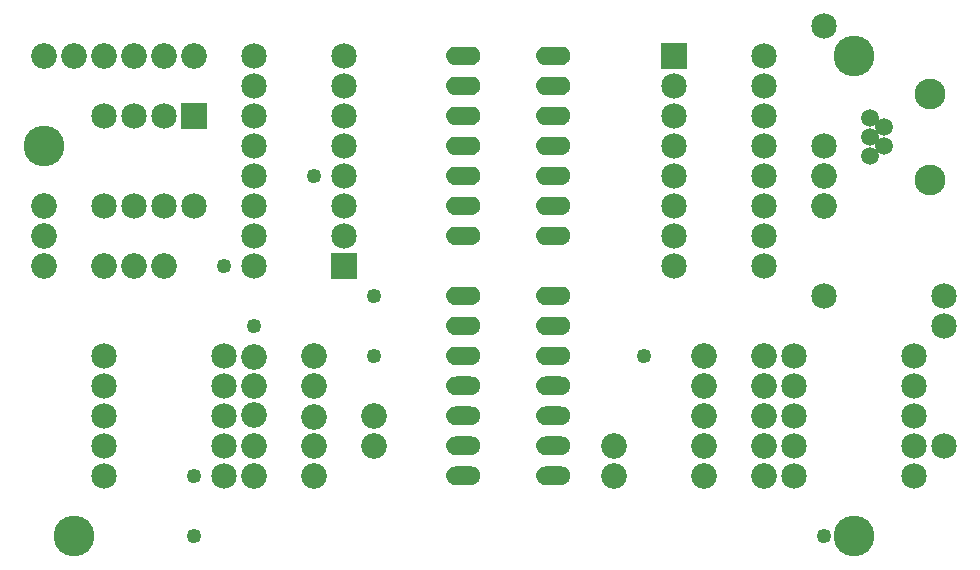
<source format=gts>
G04 MADE WITH FRITZING*
G04 WWW.FRITZING.ORG*
G04 DOUBLE SIDED*
G04 HOLES PLATED*
G04 CONTOUR ON CENTER OF CONTOUR VECTOR*
%ASAXBY*%
%FSLAX23Y23*%
%MOIN*%
%OFA0B0*%
%SFA1.0B1.0*%
%ADD10C,0.062000*%
%ADD11C,0.085000*%
%ADD12C,0.085433*%
%ADD13C,0.049370*%
%ADD14C,0.059370*%
%ADD15C,0.102677*%
%ADD16C,0.135984*%
%ADD17R,0.085000X0.085000*%
%ADD18R,0.001000X0.001000*%
%LNMASK1*%
G90*
G70*
G54D10*
X1502Y969D03*
X1502Y869D03*
X1502Y769D03*
X1502Y669D03*
X1502Y569D03*
X1502Y469D03*
X1502Y369D03*
X1802Y369D03*
X1802Y469D03*
X1802Y569D03*
X1802Y669D03*
X1802Y769D03*
X1802Y869D03*
X1802Y969D03*
X1502Y969D03*
X1502Y869D03*
X1502Y769D03*
X1502Y669D03*
X1502Y569D03*
X1502Y469D03*
X1502Y369D03*
X1802Y369D03*
X1802Y469D03*
X1802Y569D03*
X1802Y669D03*
X1802Y769D03*
X1802Y869D03*
X1802Y969D03*
X1502Y1769D03*
X1502Y1669D03*
X1502Y1569D03*
X1502Y1469D03*
X1502Y1369D03*
X1502Y1269D03*
X1502Y1169D03*
X1802Y1169D03*
X1802Y1269D03*
X1802Y1369D03*
X1802Y1469D03*
X1802Y1569D03*
X1802Y1669D03*
X1802Y1769D03*
X1502Y1769D03*
X1502Y1669D03*
X1502Y1569D03*
X1502Y1469D03*
X1502Y1369D03*
X1502Y1269D03*
X1502Y1169D03*
X1802Y1169D03*
X1802Y1269D03*
X1802Y1369D03*
X1802Y1469D03*
X1802Y1569D03*
X1802Y1669D03*
X1802Y1769D03*
G54D11*
X1102Y1069D03*
X802Y1069D03*
X1102Y1169D03*
X802Y1169D03*
X1102Y1269D03*
X802Y1269D03*
X1102Y1369D03*
X802Y1369D03*
X1102Y1469D03*
X802Y1469D03*
X1102Y1569D03*
X802Y1569D03*
X1102Y1669D03*
X802Y1669D03*
X1102Y1769D03*
X802Y1769D03*
X2202Y1769D03*
X2502Y1769D03*
X2202Y1669D03*
X2502Y1669D03*
X2202Y1569D03*
X2502Y1569D03*
X2202Y1469D03*
X2502Y1469D03*
X2202Y1369D03*
X2502Y1369D03*
X2202Y1269D03*
X2502Y1269D03*
X2202Y1169D03*
X2502Y1169D03*
X2202Y1069D03*
X2502Y1069D03*
G54D12*
X2502Y369D03*
X2502Y469D03*
X2502Y569D03*
X2502Y669D03*
X2502Y769D03*
X2302Y369D03*
X2302Y469D03*
X2302Y569D03*
X2302Y669D03*
X2302Y769D03*
G54D11*
X302Y369D03*
X702Y369D03*
X302Y469D03*
X702Y469D03*
X302Y669D03*
X702Y669D03*
X302Y569D03*
X702Y569D03*
X302Y769D03*
X702Y769D03*
X2602Y369D03*
X3002Y369D03*
X2602Y469D03*
X3002Y469D03*
X2602Y569D03*
X3002Y569D03*
X2602Y669D03*
X3002Y669D03*
X2602Y769D03*
X3002Y769D03*
G54D13*
X2102Y769D03*
G54D12*
X1002Y769D03*
X1002Y669D03*
X1003Y567D03*
X1002Y469D03*
X1002Y369D03*
X802Y765D03*
X802Y669D03*
X802Y572D03*
X802Y469D03*
X802Y369D03*
G54D13*
X1203Y768D03*
X802Y869D03*
X1202Y969D03*
G54D11*
X602Y1569D03*
X602Y1269D03*
X502Y1569D03*
X502Y1269D03*
X402Y1569D03*
X402Y1269D03*
X302Y1569D03*
X302Y1269D03*
G54D12*
X102Y1769D03*
X102Y1269D03*
X102Y1169D03*
X402Y1069D03*
X302Y1069D03*
X502Y1069D03*
X502Y1769D03*
X602Y1769D03*
X402Y1769D03*
X302Y1769D03*
X202Y1769D03*
X102Y1069D03*
X2702Y1369D03*
X2702Y1269D03*
G54D14*
X2855Y1437D03*
X2855Y1500D03*
X2855Y1563D03*
X2902Y1469D03*
X2902Y1532D03*
G54D15*
X3055Y1644D03*
X3055Y1356D03*
G54D12*
X2002Y469D03*
X2002Y369D03*
X1202Y469D03*
X1202Y569D03*
G54D13*
X702Y1069D03*
X602Y369D03*
X602Y169D03*
X2702Y169D03*
G54D11*
X2702Y969D03*
X3102Y969D03*
X3102Y869D03*
X3102Y469D03*
G54D13*
X1002Y1369D03*
G54D11*
X2702Y1869D03*
X2702Y1469D03*
G54D16*
X2802Y1769D03*
X2802Y169D03*
X202Y169D03*
X102Y1469D03*
G54D17*
X1102Y1069D03*
X2202Y1769D03*
X602Y1569D03*
G54D18*
X1469Y1800D02*
X1533Y1800D01*
X1769Y1800D02*
X1833Y1800D01*
X1466Y1799D02*
X1536Y1799D01*
X1766Y1799D02*
X1836Y1799D01*
X1463Y1798D02*
X1539Y1798D01*
X1763Y1798D02*
X1839Y1798D01*
X1461Y1797D02*
X1541Y1797D01*
X1761Y1797D02*
X1841Y1797D01*
X1459Y1796D02*
X1543Y1796D01*
X1759Y1796D02*
X1843Y1796D01*
X1458Y1795D02*
X1544Y1795D01*
X1758Y1795D02*
X1844Y1795D01*
X1456Y1794D02*
X1546Y1794D01*
X1756Y1794D02*
X1846Y1794D01*
X1455Y1793D02*
X1547Y1793D01*
X1755Y1793D02*
X1847Y1793D01*
X1454Y1792D02*
X1548Y1792D01*
X1754Y1792D02*
X1848Y1792D01*
X1453Y1791D02*
X1549Y1791D01*
X1753Y1791D02*
X1849Y1791D01*
X1452Y1790D02*
X1550Y1790D01*
X1752Y1790D02*
X1850Y1790D01*
X1451Y1789D02*
X1551Y1789D01*
X1751Y1789D02*
X1851Y1789D01*
X1451Y1788D02*
X1551Y1788D01*
X1750Y1788D02*
X1851Y1788D01*
X1450Y1787D02*
X1552Y1787D01*
X1750Y1787D02*
X1852Y1787D01*
X1449Y1786D02*
X1553Y1786D01*
X1749Y1786D02*
X1853Y1786D01*
X1449Y1785D02*
X1553Y1785D01*
X1749Y1785D02*
X1853Y1785D01*
X1448Y1784D02*
X1554Y1784D01*
X1748Y1784D02*
X1854Y1784D01*
X1448Y1783D02*
X1554Y1783D01*
X1748Y1783D02*
X1854Y1783D01*
X1447Y1782D02*
X1555Y1782D01*
X1747Y1782D02*
X1855Y1782D01*
X1447Y1781D02*
X1555Y1781D01*
X1747Y1781D02*
X1855Y1781D01*
X1446Y1780D02*
X1496Y1780D01*
X1506Y1780D02*
X1556Y1780D01*
X1746Y1780D02*
X1796Y1780D01*
X1806Y1780D02*
X1855Y1780D01*
X1446Y1779D02*
X1495Y1779D01*
X1507Y1779D02*
X1556Y1779D01*
X1746Y1779D02*
X1794Y1779D01*
X1807Y1779D02*
X1856Y1779D01*
X1446Y1778D02*
X1493Y1778D01*
X1509Y1778D02*
X1556Y1778D01*
X1746Y1778D02*
X1793Y1778D01*
X1809Y1778D02*
X1856Y1778D01*
X1445Y1777D02*
X1492Y1777D01*
X1510Y1777D02*
X1557Y1777D01*
X1745Y1777D02*
X1792Y1777D01*
X1810Y1777D02*
X1856Y1777D01*
X1445Y1776D02*
X1491Y1776D01*
X1511Y1776D02*
X1557Y1776D01*
X1745Y1776D02*
X1791Y1776D01*
X1810Y1776D02*
X1857Y1776D01*
X1445Y1775D02*
X1491Y1775D01*
X1511Y1775D02*
X1557Y1775D01*
X1745Y1775D02*
X1791Y1775D01*
X1811Y1775D02*
X1857Y1775D01*
X1445Y1774D02*
X1490Y1774D01*
X1512Y1774D02*
X1557Y1774D01*
X1745Y1774D02*
X1790Y1774D01*
X1812Y1774D02*
X1857Y1774D01*
X1445Y1773D02*
X1490Y1773D01*
X1512Y1773D02*
X1557Y1773D01*
X1745Y1773D02*
X1790Y1773D01*
X1812Y1773D02*
X1857Y1773D01*
X1445Y1772D02*
X1490Y1772D01*
X1512Y1772D02*
X1557Y1772D01*
X1745Y1772D02*
X1790Y1772D01*
X1812Y1772D02*
X1857Y1772D01*
X1445Y1771D02*
X1490Y1771D01*
X1512Y1771D02*
X1557Y1771D01*
X1744Y1771D02*
X1789Y1771D01*
X1812Y1771D02*
X1857Y1771D01*
X1445Y1770D02*
X1490Y1770D01*
X1512Y1770D02*
X1557Y1770D01*
X1744Y1770D02*
X1789Y1770D01*
X1812Y1770D02*
X1857Y1770D01*
X1445Y1769D02*
X1490Y1769D01*
X1512Y1769D02*
X1557Y1769D01*
X1744Y1769D02*
X1789Y1769D01*
X1812Y1769D02*
X1857Y1769D01*
X1445Y1768D02*
X1490Y1768D01*
X1512Y1768D02*
X1557Y1768D01*
X1744Y1768D02*
X1790Y1768D01*
X1812Y1768D02*
X1857Y1768D01*
X1445Y1767D02*
X1490Y1767D01*
X1512Y1767D02*
X1557Y1767D01*
X1745Y1767D02*
X1790Y1767D01*
X1812Y1767D02*
X1857Y1767D01*
X1445Y1766D02*
X1490Y1766D01*
X1512Y1766D02*
X1557Y1766D01*
X1745Y1766D02*
X1790Y1766D01*
X1812Y1766D02*
X1857Y1766D01*
X1445Y1765D02*
X1490Y1765D01*
X1511Y1765D02*
X1557Y1765D01*
X1745Y1765D02*
X1790Y1765D01*
X1811Y1765D02*
X1857Y1765D01*
X1445Y1764D02*
X1491Y1764D01*
X1511Y1764D02*
X1557Y1764D01*
X1745Y1764D02*
X1791Y1764D01*
X1811Y1764D02*
X1857Y1764D01*
X1445Y1763D02*
X1492Y1763D01*
X1510Y1763D02*
X1557Y1763D01*
X1745Y1763D02*
X1792Y1763D01*
X1810Y1763D02*
X1857Y1763D01*
X1446Y1762D02*
X1493Y1762D01*
X1509Y1762D02*
X1556Y1762D01*
X1745Y1762D02*
X1793Y1762D01*
X1809Y1762D02*
X1856Y1762D01*
X1446Y1761D02*
X1494Y1761D01*
X1508Y1761D02*
X1556Y1761D01*
X1746Y1761D02*
X1794Y1761D01*
X1808Y1761D02*
X1856Y1761D01*
X1446Y1760D02*
X1495Y1760D01*
X1507Y1760D02*
X1556Y1760D01*
X1746Y1760D02*
X1795Y1760D01*
X1807Y1760D02*
X1856Y1760D01*
X1447Y1759D02*
X1498Y1759D01*
X1504Y1759D02*
X1555Y1759D01*
X1746Y1759D02*
X1798Y1759D01*
X1804Y1759D02*
X1855Y1759D01*
X1447Y1758D02*
X1555Y1758D01*
X1747Y1758D02*
X1855Y1758D01*
X1447Y1757D02*
X1555Y1757D01*
X1747Y1757D02*
X1855Y1757D01*
X1448Y1756D02*
X1554Y1756D01*
X1748Y1756D02*
X1854Y1756D01*
X1448Y1755D02*
X1554Y1755D01*
X1748Y1755D02*
X1854Y1755D01*
X1449Y1754D02*
X1553Y1754D01*
X1749Y1754D02*
X1853Y1754D01*
X1449Y1753D02*
X1552Y1753D01*
X1749Y1753D02*
X1852Y1753D01*
X1450Y1752D02*
X1552Y1752D01*
X1750Y1752D02*
X1852Y1752D01*
X1451Y1751D02*
X1551Y1751D01*
X1751Y1751D02*
X1851Y1751D01*
X1452Y1750D02*
X1550Y1750D01*
X1752Y1750D02*
X1850Y1750D01*
X1453Y1749D02*
X1549Y1749D01*
X1752Y1749D02*
X1849Y1749D01*
X1453Y1748D02*
X1549Y1748D01*
X1753Y1748D02*
X1848Y1748D01*
X1454Y1747D02*
X1547Y1747D01*
X1754Y1747D02*
X1847Y1747D01*
X1456Y1746D02*
X1546Y1746D01*
X1756Y1746D02*
X1846Y1746D01*
X1457Y1745D02*
X1545Y1745D01*
X1757Y1745D02*
X1845Y1745D01*
X1458Y1744D02*
X1544Y1744D01*
X1758Y1744D02*
X1844Y1744D01*
X1460Y1743D02*
X1542Y1743D01*
X1760Y1743D02*
X1842Y1743D01*
X1462Y1742D02*
X1540Y1742D01*
X1762Y1742D02*
X1840Y1742D01*
X1464Y1741D02*
X1538Y1741D01*
X1764Y1741D02*
X1838Y1741D01*
X1467Y1740D02*
X1535Y1740D01*
X1767Y1740D02*
X1835Y1740D01*
X1472Y1739D02*
X1530Y1739D01*
X1772Y1739D02*
X1830Y1739D01*
X1469Y1700D02*
X1533Y1700D01*
X1769Y1700D02*
X1833Y1700D01*
X1466Y1699D02*
X1536Y1699D01*
X1765Y1699D02*
X1836Y1699D01*
X1463Y1698D02*
X1539Y1698D01*
X1763Y1698D02*
X1839Y1698D01*
X1461Y1697D02*
X1541Y1697D01*
X1761Y1697D02*
X1841Y1697D01*
X1459Y1696D02*
X1543Y1696D01*
X1759Y1696D02*
X1843Y1696D01*
X1458Y1695D02*
X1544Y1695D01*
X1758Y1695D02*
X1844Y1695D01*
X1456Y1694D02*
X1546Y1694D01*
X1756Y1694D02*
X1846Y1694D01*
X1455Y1693D02*
X1547Y1693D01*
X1755Y1693D02*
X1847Y1693D01*
X1454Y1692D02*
X1548Y1692D01*
X1754Y1692D02*
X1848Y1692D01*
X1453Y1691D02*
X1549Y1691D01*
X1753Y1691D02*
X1849Y1691D01*
X1452Y1690D02*
X1550Y1690D01*
X1752Y1690D02*
X1850Y1690D01*
X1451Y1689D02*
X1551Y1689D01*
X1751Y1689D02*
X1851Y1689D01*
X1451Y1688D02*
X1551Y1688D01*
X1750Y1688D02*
X1851Y1688D01*
X1450Y1687D02*
X1552Y1687D01*
X1750Y1687D02*
X1852Y1687D01*
X1449Y1686D02*
X1553Y1686D01*
X1749Y1686D02*
X1853Y1686D01*
X1449Y1685D02*
X1553Y1685D01*
X1749Y1685D02*
X1853Y1685D01*
X1448Y1684D02*
X1554Y1684D01*
X1748Y1684D02*
X1854Y1684D01*
X1448Y1683D02*
X1554Y1683D01*
X1748Y1683D02*
X1854Y1683D01*
X1447Y1682D02*
X1555Y1682D01*
X1747Y1682D02*
X1855Y1682D01*
X1447Y1681D02*
X1555Y1681D01*
X1747Y1681D02*
X1855Y1681D01*
X1446Y1680D02*
X1496Y1680D01*
X1506Y1680D02*
X1556Y1680D01*
X1746Y1680D02*
X1796Y1680D01*
X1806Y1680D02*
X1856Y1680D01*
X1446Y1679D02*
X1494Y1679D01*
X1507Y1679D02*
X1556Y1679D01*
X1746Y1679D02*
X1794Y1679D01*
X1807Y1679D02*
X1856Y1679D01*
X1446Y1678D02*
X1493Y1678D01*
X1509Y1678D02*
X1556Y1678D01*
X1746Y1678D02*
X1793Y1678D01*
X1809Y1678D02*
X1856Y1678D01*
X1445Y1677D02*
X1492Y1677D01*
X1510Y1677D02*
X1557Y1677D01*
X1745Y1677D02*
X1792Y1677D01*
X1810Y1677D02*
X1856Y1677D01*
X1445Y1676D02*
X1491Y1676D01*
X1511Y1676D02*
X1557Y1676D01*
X1745Y1676D02*
X1791Y1676D01*
X1810Y1676D02*
X1857Y1676D01*
X1445Y1675D02*
X1491Y1675D01*
X1511Y1675D02*
X1557Y1675D01*
X1745Y1675D02*
X1791Y1675D01*
X1811Y1675D02*
X1857Y1675D01*
X1445Y1674D02*
X1490Y1674D01*
X1512Y1674D02*
X1557Y1674D01*
X1745Y1674D02*
X1790Y1674D01*
X1812Y1674D02*
X1857Y1674D01*
X1445Y1673D02*
X1490Y1673D01*
X1512Y1673D02*
X1557Y1673D01*
X1745Y1673D02*
X1790Y1673D01*
X1812Y1673D02*
X1857Y1673D01*
X1445Y1672D02*
X1490Y1672D01*
X1512Y1672D02*
X1557Y1672D01*
X1745Y1672D02*
X1790Y1672D01*
X1812Y1672D02*
X1857Y1672D01*
X1445Y1671D02*
X1490Y1671D01*
X1512Y1671D02*
X1557Y1671D01*
X1744Y1671D02*
X1789Y1671D01*
X1812Y1671D02*
X1857Y1671D01*
X1445Y1670D02*
X1490Y1670D01*
X1512Y1670D02*
X1557Y1670D01*
X1744Y1670D02*
X1789Y1670D01*
X1812Y1670D02*
X1857Y1670D01*
X1445Y1669D02*
X1490Y1669D01*
X1512Y1669D02*
X1557Y1669D01*
X1744Y1669D02*
X1789Y1669D01*
X1812Y1669D02*
X1857Y1669D01*
X1445Y1668D02*
X1490Y1668D01*
X1512Y1668D02*
X1557Y1668D01*
X1745Y1668D02*
X1790Y1668D01*
X1812Y1668D02*
X1857Y1668D01*
X1445Y1667D02*
X1490Y1667D01*
X1512Y1667D02*
X1557Y1667D01*
X1745Y1667D02*
X1790Y1667D01*
X1812Y1667D02*
X1857Y1667D01*
X1445Y1666D02*
X1490Y1666D01*
X1512Y1666D02*
X1557Y1666D01*
X1745Y1666D02*
X1790Y1666D01*
X1812Y1666D02*
X1857Y1666D01*
X1445Y1665D02*
X1491Y1665D01*
X1511Y1665D02*
X1557Y1665D01*
X1745Y1665D02*
X1790Y1665D01*
X1811Y1665D02*
X1857Y1665D01*
X1445Y1664D02*
X1491Y1664D01*
X1511Y1664D02*
X1557Y1664D01*
X1745Y1664D02*
X1791Y1664D01*
X1811Y1664D02*
X1857Y1664D01*
X1445Y1663D02*
X1492Y1663D01*
X1510Y1663D02*
X1557Y1663D01*
X1745Y1663D02*
X1792Y1663D01*
X1810Y1663D02*
X1857Y1663D01*
X1446Y1662D02*
X1493Y1662D01*
X1509Y1662D02*
X1556Y1662D01*
X1745Y1662D02*
X1793Y1662D01*
X1809Y1662D02*
X1856Y1662D01*
X1446Y1661D02*
X1494Y1661D01*
X1508Y1661D02*
X1556Y1661D01*
X1746Y1661D02*
X1794Y1661D01*
X1808Y1661D02*
X1856Y1661D01*
X1446Y1660D02*
X1495Y1660D01*
X1507Y1660D02*
X1556Y1660D01*
X1746Y1660D02*
X1795Y1660D01*
X1807Y1660D02*
X1856Y1660D01*
X1447Y1659D02*
X1498Y1659D01*
X1504Y1659D02*
X1555Y1659D01*
X1746Y1659D02*
X1798Y1659D01*
X1804Y1659D02*
X1855Y1659D01*
X1447Y1658D02*
X1555Y1658D01*
X1747Y1658D02*
X1855Y1658D01*
X1447Y1657D02*
X1555Y1657D01*
X1747Y1657D02*
X1855Y1657D01*
X1448Y1656D02*
X1554Y1656D01*
X1748Y1656D02*
X1854Y1656D01*
X1448Y1655D02*
X1554Y1655D01*
X1748Y1655D02*
X1854Y1655D01*
X1449Y1654D02*
X1553Y1654D01*
X1749Y1654D02*
X1853Y1654D01*
X1450Y1653D02*
X1552Y1653D01*
X1749Y1653D02*
X1852Y1653D01*
X1450Y1652D02*
X1552Y1652D01*
X1750Y1652D02*
X1852Y1652D01*
X1451Y1651D02*
X1551Y1651D01*
X1751Y1651D02*
X1851Y1651D01*
X1452Y1650D02*
X1550Y1650D01*
X1752Y1650D02*
X1850Y1650D01*
X1453Y1649D02*
X1549Y1649D01*
X1752Y1649D02*
X1849Y1649D01*
X1453Y1648D02*
X1549Y1648D01*
X1753Y1648D02*
X1848Y1648D01*
X1455Y1647D02*
X1547Y1647D01*
X1754Y1647D02*
X1847Y1647D01*
X1456Y1646D02*
X1546Y1646D01*
X1756Y1646D02*
X1846Y1646D01*
X1457Y1645D02*
X1545Y1645D01*
X1757Y1645D02*
X1845Y1645D01*
X1458Y1644D02*
X1544Y1644D01*
X1758Y1644D02*
X1843Y1644D01*
X1460Y1643D02*
X1542Y1643D01*
X1760Y1643D02*
X1842Y1643D01*
X1462Y1642D02*
X1540Y1642D01*
X1762Y1642D02*
X1840Y1642D01*
X1464Y1641D02*
X1538Y1641D01*
X1764Y1641D02*
X1838Y1641D01*
X1467Y1640D02*
X1535Y1640D01*
X1767Y1640D02*
X1835Y1640D01*
X1472Y1639D02*
X1530Y1639D01*
X1772Y1639D02*
X1830Y1639D01*
X1469Y1600D02*
X1533Y1600D01*
X1769Y1600D02*
X1833Y1600D01*
X1465Y1599D02*
X1536Y1599D01*
X1765Y1599D02*
X1836Y1599D01*
X1463Y1598D02*
X1539Y1598D01*
X1763Y1598D02*
X1839Y1598D01*
X1461Y1597D02*
X1541Y1597D01*
X1761Y1597D02*
X1841Y1597D01*
X1459Y1596D02*
X1543Y1596D01*
X1759Y1596D02*
X1843Y1596D01*
X1458Y1595D02*
X1544Y1595D01*
X1757Y1595D02*
X1844Y1595D01*
X1456Y1594D02*
X1546Y1594D01*
X1756Y1594D02*
X1846Y1594D01*
X1455Y1593D02*
X1547Y1593D01*
X1755Y1593D02*
X1847Y1593D01*
X1454Y1592D02*
X1548Y1592D01*
X1754Y1592D02*
X1848Y1592D01*
X1453Y1591D02*
X1549Y1591D01*
X1753Y1591D02*
X1849Y1591D01*
X1452Y1590D02*
X1550Y1590D01*
X1752Y1590D02*
X1850Y1590D01*
X1451Y1589D02*
X1551Y1589D01*
X1751Y1589D02*
X1851Y1589D01*
X1450Y1588D02*
X1551Y1588D01*
X1750Y1588D02*
X1851Y1588D01*
X1450Y1587D02*
X1552Y1587D01*
X1750Y1587D02*
X1852Y1587D01*
X1449Y1586D02*
X1553Y1586D01*
X1749Y1586D02*
X1853Y1586D01*
X1449Y1585D02*
X1553Y1585D01*
X1748Y1585D02*
X1853Y1585D01*
X1448Y1584D02*
X1554Y1584D01*
X1748Y1584D02*
X1854Y1584D01*
X1448Y1583D02*
X1554Y1583D01*
X1747Y1583D02*
X1854Y1583D01*
X1447Y1582D02*
X1555Y1582D01*
X1747Y1582D02*
X1855Y1582D01*
X1447Y1581D02*
X1555Y1581D01*
X1747Y1581D02*
X1855Y1581D01*
X1446Y1580D02*
X1496Y1580D01*
X1506Y1580D02*
X1556Y1580D01*
X1746Y1580D02*
X1796Y1580D01*
X1806Y1580D02*
X1856Y1580D01*
X1446Y1579D02*
X1494Y1579D01*
X1508Y1579D02*
X1556Y1579D01*
X1746Y1579D02*
X1794Y1579D01*
X1807Y1579D02*
X1856Y1579D01*
X1446Y1578D02*
X1493Y1578D01*
X1509Y1578D02*
X1556Y1578D01*
X1746Y1578D02*
X1793Y1578D01*
X1809Y1578D02*
X1856Y1578D01*
X1445Y1577D02*
X1492Y1577D01*
X1510Y1577D02*
X1557Y1577D01*
X1745Y1577D02*
X1792Y1577D01*
X1810Y1577D02*
X1856Y1577D01*
X1445Y1576D02*
X1491Y1576D01*
X1511Y1576D02*
X1557Y1576D01*
X1745Y1576D02*
X1791Y1576D01*
X1810Y1576D02*
X1857Y1576D01*
X1445Y1575D02*
X1491Y1575D01*
X1511Y1575D02*
X1557Y1575D01*
X1745Y1575D02*
X1791Y1575D01*
X1811Y1575D02*
X1857Y1575D01*
X1445Y1574D02*
X1490Y1574D01*
X1512Y1574D02*
X1557Y1574D01*
X1745Y1574D02*
X1790Y1574D01*
X1812Y1574D02*
X1857Y1574D01*
X1445Y1573D02*
X1490Y1573D01*
X1512Y1573D02*
X1557Y1573D01*
X1745Y1573D02*
X1790Y1573D01*
X1812Y1573D02*
X1857Y1573D01*
X1445Y1572D02*
X1490Y1572D01*
X1512Y1572D02*
X1557Y1572D01*
X1745Y1572D02*
X1790Y1572D01*
X1812Y1572D02*
X1857Y1572D01*
X1445Y1571D02*
X1490Y1571D01*
X1512Y1571D02*
X1557Y1571D01*
X1744Y1571D02*
X1789Y1571D01*
X1812Y1571D02*
X1857Y1571D01*
X1445Y1570D02*
X1490Y1570D01*
X1512Y1570D02*
X1557Y1570D01*
X1744Y1570D02*
X1789Y1570D01*
X1812Y1570D02*
X1857Y1570D01*
X1445Y1569D02*
X1490Y1569D01*
X1512Y1569D02*
X1557Y1569D01*
X1744Y1569D02*
X1789Y1569D01*
X1812Y1569D02*
X1857Y1569D01*
X1445Y1568D02*
X1490Y1568D01*
X1512Y1568D02*
X1557Y1568D01*
X1745Y1568D02*
X1790Y1568D01*
X1812Y1568D02*
X1857Y1568D01*
X1445Y1567D02*
X1490Y1567D01*
X1512Y1567D02*
X1557Y1567D01*
X1745Y1567D02*
X1790Y1567D01*
X1812Y1567D02*
X1857Y1567D01*
X1445Y1566D02*
X1490Y1566D01*
X1512Y1566D02*
X1557Y1566D01*
X1745Y1566D02*
X1790Y1566D01*
X1812Y1566D02*
X1857Y1566D01*
X1445Y1565D02*
X1491Y1565D01*
X1511Y1565D02*
X1557Y1565D01*
X1745Y1565D02*
X1790Y1565D01*
X1811Y1565D02*
X1857Y1565D01*
X1445Y1564D02*
X1491Y1564D01*
X1511Y1564D02*
X1557Y1564D01*
X1745Y1564D02*
X1791Y1564D01*
X1811Y1564D02*
X1857Y1564D01*
X1445Y1563D02*
X1492Y1563D01*
X1510Y1563D02*
X1557Y1563D01*
X1745Y1563D02*
X1792Y1563D01*
X1810Y1563D02*
X1857Y1563D01*
X1446Y1562D02*
X1493Y1562D01*
X1509Y1562D02*
X1556Y1562D01*
X1745Y1562D02*
X1793Y1562D01*
X1809Y1562D02*
X1856Y1562D01*
X1446Y1561D02*
X1494Y1561D01*
X1508Y1561D02*
X1556Y1561D01*
X1746Y1561D02*
X1794Y1561D01*
X1808Y1561D02*
X1856Y1561D01*
X1446Y1560D02*
X1495Y1560D01*
X1507Y1560D02*
X1556Y1560D01*
X1746Y1560D02*
X1795Y1560D01*
X1806Y1560D02*
X1856Y1560D01*
X1447Y1559D02*
X1498Y1559D01*
X1504Y1559D02*
X1555Y1559D01*
X1746Y1559D02*
X1798Y1559D01*
X1804Y1559D02*
X1855Y1559D01*
X1447Y1558D02*
X1555Y1558D01*
X1747Y1558D02*
X1855Y1558D01*
X1447Y1557D02*
X1555Y1557D01*
X1747Y1557D02*
X1854Y1557D01*
X1448Y1556D02*
X1554Y1556D01*
X1748Y1556D02*
X1854Y1556D01*
X1448Y1555D02*
X1554Y1555D01*
X1748Y1555D02*
X1854Y1555D01*
X1449Y1554D02*
X1553Y1554D01*
X1749Y1554D02*
X1853Y1554D01*
X1450Y1553D02*
X1552Y1553D01*
X1749Y1553D02*
X1852Y1553D01*
X1450Y1552D02*
X1552Y1552D01*
X1750Y1552D02*
X1852Y1552D01*
X1451Y1551D02*
X1551Y1551D01*
X1751Y1551D02*
X1851Y1551D01*
X1452Y1550D02*
X1550Y1550D01*
X1752Y1550D02*
X1850Y1550D01*
X1453Y1549D02*
X1549Y1549D01*
X1752Y1549D02*
X1849Y1549D01*
X1453Y1548D02*
X1548Y1548D01*
X1753Y1548D02*
X1848Y1548D01*
X1455Y1547D02*
X1547Y1547D01*
X1754Y1547D02*
X1847Y1547D01*
X1456Y1546D02*
X1546Y1546D01*
X1756Y1546D02*
X1846Y1546D01*
X1457Y1545D02*
X1545Y1545D01*
X1757Y1545D02*
X1845Y1545D01*
X1458Y1544D02*
X1544Y1544D01*
X1758Y1544D02*
X1843Y1544D01*
X1460Y1543D02*
X1542Y1543D01*
X1760Y1543D02*
X1842Y1543D01*
X1462Y1542D02*
X1540Y1542D01*
X1762Y1542D02*
X1840Y1542D01*
X1464Y1541D02*
X1538Y1541D01*
X1764Y1541D02*
X1838Y1541D01*
X1467Y1540D02*
X1535Y1540D01*
X1767Y1540D02*
X1835Y1540D01*
X1472Y1539D02*
X1530Y1539D01*
X1772Y1539D02*
X1830Y1539D01*
X1469Y1500D02*
X1533Y1500D01*
X1769Y1500D02*
X1833Y1500D01*
X1465Y1499D02*
X1537Y1499D01*
X1765Y1499D02*
X1836Y1499D01*
X1463Y1498D02*
X1539Y1498D01*
X1763Y1498D02*
X1839Y1498D01*
X1461Y1497D02*
X1541Y1497D01*
X1761Y1497D02*
X1841Y1497D01*
X1459Y1496D02*
X1543Y1496D01*
X1759Y1496D02*
X1843Y1496D01*
X1458Y1495D02*
X1544Y1495D01*
X1757Y1495D02*
X1844Y1495D01*
X1456Y1494D02*
X1546Y1494D01*
X1756Y1494D02*
X1846Y1494D01*
X1455Y1493D02*
X1547Y1493D01*
X1755Y1493D02*
X1847Y1493D01*
X1454Y1492D02*
X1548Y1492D01*
X1754Y1492D02*
X1848Y1492D01*
X1453Y1491D02*
X1549Y1491D01*
X1753Y1491D02*
X1849Y1491D01*
X1452Y1490D02*
X1550Y1490D01*
X1752Y1490D02*
X1850Y1490D01*
X1451Y1489D02*
X1551Y1489D01*
X1751Y1489D02*
X1851Y1489D01*
X1450Y1488D02*
X1551Y1488D01*
X1750Y1488D02*
X1851Y1488D01*
X1450Y1487D02*
X1552Y1487D01*
X1750Y1487D02*
X1852Y1487D01*
X1449Y1486D02*
X1553Y1486D01*
X1749Y1486D02*
X1853Y1486D01*
X1449Y1485D02*
X1553Y1485D01*
X1748Y1485D02*
X1853Y1485D01*
X1448Y1484D02*
X1554Y1484D01*
X1748Y1484D02*
X1854Y1484D01*
X1448Y1483D02*
X1554Y1483D01*
X1747Y1483D02*
X1854Y1483D01*
X1447Y1482D02*
X1555Y1482D01*
X1747Y1482D02*
X1855Y1482D01*
X1447Y1481D02*
X1555Y1481D01*
X1747Y1481D02*
X1855Y1481D01*
X1446Y1480D02*
X1496Y1480D01*
X1506Y1480D02*
X1556Y1480D01*
X1746Y1480D02*
X1796Y1480D01*
X1806Y1480D02*
X1856Y1480D01*
X1446Y1479D02*
X1494Y1479D01*
X1508Y1479D02*
X1556Y1479D01*
X1746Y1479D02*
X1794Y1479D01*
X1807Y1479D02*
X1856Y1479D01*
X1446Y1478D02*
X1493Y1478D01*
X1509Y1478D02*
X1556Y1478D01*
X1746Y1478D02*
X1793Y1478D01*
X1809Y1478D02*
X1856Y1478D01*
X1445Y1477D02*
X1492Y1477D01*
X1510Y1477D02*
X1557Y1477D01*
X1745Y1477D02*
X1792Y1477D01*
X1810Y1477D02*
X1856Y1477D01*
X1445Y1476D02*
X1491Y1476D01*
X1511Y1476D02*
X1557Y1476D01*
X1745Y1476D02*
X1791Y1476D01*
X1810Y1476D02*
X1857Y1476D01*
X1445Y1475D02*
X1491Y1475D01*
X1511Y1475D02*
X1557Y1475D01*
X1745Y1475D02*
X1791Y1475D01*
X1811Y1475D02*
X1857Y1475D01*
X1445Y1474D02*
X1490Y1474D01*
X1512Y1474D02*
X1557Y1474D01*
X1745Y1474D02*
X1790Y1474D01*
X1812Y1474D02*
X1857Y1474D01*
X1445Y1473D02*
X1490Y1473D01*
X1512Y1473D02*
X1557Y1473D01*
X1745Y1473D02*
X1790Y1473D01*
X1812Y1473D02*
X1857Y1473D01*
X1445Y1472D02*
X1490Y1472D01*
X1512Y1472D02*
X1557Y1472D01*
X1745Y1472D02*
X1790Y1472D01*
X1812Y1472D02*
X1857Y1472D01*
X1445Y1471D02*
X1490Y1471D01*
X1512Y1471D02*
X1557Y1471D01*
X1744Y1471D02*
X1789Y1471D01*
X1812Y1471D02*
X1857Y1471D01*
X1445Y1470D02*
X1490Y1470D01*
X1512Y1470D02*
X1557Y1470D01*
X1744Y1470D02*
X1789Y1470D01*
X1812Y1470D02*
X1857Y1470D01*
X1445Y1469D02*
X1490Y1469D01*
X1512Y1469D02*
X1557Y1469D01*
X1744Y1469D02*
X1789Y1469D01*
X1812Y1469D02*
X1857Y1469D01*
X1445Y1468D02*
X1490Y1468D01*
X1512Y1468D02*
X1557Y1468D01*
X1745Y1468D02*
X1790Y1468D01*
X1812Y1468D02*
X1857Y1468D01*
X1445Y1467D02*
X1490Y1467D01*
X1512Y1467D02*
X1557Y1467D01*
X1745Y1467D02*
X1790Y1467D01*
X1812Y1467D02*
X1857Y1467D01*
X1445Y1466D02*
X1490Y1466D01*
X1512Y1466D02*
X1557Y1466D01*
X1745Y1466D02*
X1790Y1466D01*
X1812Y1466D02*
X1857Y1466D01*
X1445Y1465D02*
X1491Y1465D01*
X1511Y1465D02*
X1557Y1465D01*
X1745Y1465D02*
X1790Y1465D01*
X1811Y1465D02*
X1857Y1465D01*
X1445Y1464D02*
X1491Y1464D01*
X1511Y1464D02*
X1557Y1464D01*
X1745Y1464D02*
X1791Y1464D01*
X1811Y1464D02*
X1857Y1464D01*
X1445Y1463D02*
X1492Y1463D01*
X1510Y1463D02*
X1557Y1463D01*
X1745Y1463D02*
X1792Y1463D01*
X1810Y1463D02*
X1857Y1463D01*
X1446Y1462D02*
X1493Y1462D01*
X1509Y1462D02*
X1556Y1462D01*
X1746Y1462D02*
X1793Y1462D01*
X1809Y1462D02*
X1856Y1462D01*
X1446Y1461D02*
X1494Y1461D01*
X1508Y1461D02*
X1556Y1461D01*
X1746Y1461D02*
X1794Y1461D01*
X1808Y1461D02*
X1856Y1461D01*
X1446Y1460D02*
X1495Y1460D01*
X1507Y1460D02*
X1556Y1460D01*
X1746Y1460D02*
X1795Y1460D01*
X1806Y1460D02*
X1856Y1460D01*
X1447Y1459D02*
X1498Y1459D01*
X1504Y1459D02*
X1555Y1459D01*
X1746Y1459D02*
X1798Y1459D01*
X1804Y1459D02*
X1855Y1459D01*
X1447Y1458D02*
X1555Y1458D01*
X1747Y1458D02*
X1855Y1458D01*
X1447Y1457D02*
X1555Y1457D01*
X1747Y1457D02*
X1854Y1457D01*
X1448Y1456D02*
X1554Y1456D01*
X1748Y1456D02*
X1854Y1456D01*
X1448Y1455D02*
X1554Y1455D01*
X1748Y1455D02*
X1853Y1455D01*
X1449Y1454D02*
X1553Y1454D01*
X1749Y1454D02*
X1853Y1454D01*
X1450Y1453D02*
X1552Y1453D01*
X1749Y1453D02*
X1852Y1453D01*
X1450Y1452D02*
X1552Y1452D01*
X1750Y1452D02*
X1852Y1452D01*
X1451Y1451D02*
X1551Y1451D01*
X1751Y1451D02*
X1851Y1451D01*
X1452Y1450D02*
X1550Y1450D01*
X1752Y1450D02*
X1850Y1450D01*
X1453Y1449D02*
X1549Y1449D01*
X1752Y1449D02*
X1849Y1449D01*
X1453Y1448D02*
X1548Y1448D01*
X1753Y1448D02*
X1848Y1448D01*
X1455Y1447D02*
X1547Y1447D01*
X1754Y1447D02*
X1847Y1447D01*
X1456Y1446D02*
X1546Y1446D01*
X1756Y1446D02*
X1846Y1446D01*
X1457Y1445D02*
X1545Y1445D01*
X1757Y1445D02*
X1845Y1445D01*
X1458Y1444D02*
X1543Y1444D01*
X1758Y1444D02*
X1843Y1444D01*
X1460Y1443D02*
X1542Y1443D01*
X1760Y1443D02*
X1842Y1443D01*
X1462Y1442D02*
X1540Y1442D01*
X1762Y1442D02*
X1840Y1442D01*
X1464Y1441D02*
X1538Y1441D01*
X1764Y1441D02*
X1837Y1441D01*
X1467Y1440D02*
X1535Y1440D01*
X1767Y1440D02*
X1834Y1440D01*
X1472Y1439D02*
X1530Y1439D01*
X1772Y1439D02*
X1830Y1439D01*
X1469Y1400D02*
X1533Y1400D01*
X1769Y1400D02*
X1833Y1400D01*
X1465Y1399D02*
X1537Y1399D01*
X1765Y1399D02*
X1837Y1399D01*
X1463Y1398D02*
X1539Y1398D01*
X1763Y1398D02*
X1839Y1398D01*
X1461Y1397D02*
X1541Y1397D01*
X1761Y1397D02*
X1841Y1397D01*
X1459Y1396D02*
X1543Y1396D01*
X1759Y1396D02*
X1843Y1396D01*
X1458Y1395D02*
X1544Y1395D01*
X1757Y1395D02*
X1844Y1395D01*
X1456Y1394D02*
X1546Y1394D01*
X1756Y1394D02*
X1846Y1394D01*
X1455Y1393D02*
X1547Y1393D01*
X1755Y1393D02*
X1847Y1393D01*
X1454Y1392D02*
X1548Y1392D01*
X1754Y1392D02*
X1848Y1392D01*
X1453Y1391D02*
X1549Y1391D01*
X1753Y1391D02*
X1849Y1391D01*
X1452Y1390D02*
X1550Y1390D01*
X1752Y1390D02*
X1850Y1390D01*
X1451Y1389D02*
X1551Y1389D01*
X1751Y1389D02*
X1851Y1389D01*
X1450Y1388D02*
X1551Y1388D01*
X1750Y1388D02*
X1851Y1388D01*
X1450Y1387D02*
X1552Y1387D01*
X1750Y1387D02*
X1852Y1387D01*
X1449Y1386D02*
X1553Y1386D01*
X1749Y1386D02*
X1853Y1386D01*
X1449Y1385D02*
X1553Y1385D01*
X1748Y1385D02*
X1853Y1385D01*
X1448Y1384D02*
X1554Y1384D01*
X1748Y1384D02*
X1854Y1384D01*
X1448Y1383D02*
X1554Y1383D01*
X1747Y1383D02*
X1854Y1383D01*
X1447Y1382D02*
X1555Y1382D01*
X1747Y1382D02*
X1855Y1382D01*
X1447Y1381D02*
X1555Y1381D01*
X1747Y1381D02*
X1855Y1381D01*
X1446Y1380D02*
X1496Y1380D01*
X1506Y1380D02*
X1556Y1380D01*
X1746Y1380D02*
X1796Y1380D01*
X1806Y1380D02*
X1856Y1380D01*
X1446Y1379D02*
X1494Y1379D01*
X1508Y1379D02*
X1556Y1379D01*
X1746Y1379D02*
X1794Y1379D01*
X1807Y1379D02*
X1856Y1379D01*
X1446Y1378D02*
X1493Y1378D01*
X1509Y1378D02*
X1556Y1378D01*
X1746Y1378D02*
X1793Y1378D01*
X1809Y1378D02*
X1856Y1378D01*
X1445Y1377D02*
X1492Y1377D01*
X1510Y1377D02*
X1557Y1377D01*
X1745Y1377D02*
X1792Y1377D01*
X1810Y1377D02*
X1856Y1377D01*
X1445Y1376D02*
X1491Y1376D01*
X1511Y1376D02*
X1557Y1376D01*
X1745Y1376D02*
X1791Y1376D01*
X1811Y1376D02*
X1857Y1376D01*
X1445Y1375D02*
X1491Y1375D01*
X1511Y1375D02*
X1557Y1375D01*
X1745Y1375D02*
X1791Y1375D01*
X1811Y1375D02*
X1857Y1375D01*
X1445Y1374D02*
X1490Y1374D01*
X1512Y1374D02*
X1557Y1374D01*
X1745Y1374D02*
X1790Y1374D01*
X1812Y1374D02*
X1857Y1374D01*
X1445Y1373D02*
X1490Y1373D01*
X1512Y1373D02*
X1557Y1373D01*
X1745Y1373D02*
X1790Y1373D01*
X1812Y1373D02*
X1857Y1373D01*
X1445Y1372D02*
X1490Y1372D01*
X1512Y1372D02*
X1557Y1372D01*
X1745Y1372D02*
X1790Y1372D01*
X1812Y1372D02*
X1857Y1372D01*
X1445Y1371D02*
X1490Y1371D01*
X1512Y1371D02*
X1557Y1371D01*
X1744Y1371D02*
X1789Y1371D01*
X1812Y1371D02*
X1857Y1371D01*
X1445Y1370D02*
X1490Y1370D01*
X1512Y1370D02*
X1557Y1370D01*
X1744Y1370D02*
X1789Y1370D01*
X1812Y1370D02*
X1857Y1370D01*
X1445Y1369D02*
X1490Y1369D01*
X1512Y1369D02*
X1557Y1369D01*
X1744Y1369D02*
X1789Y1369D01*
X1812Y1369D02*
X1857Y1369D01*
X1445Y1368D02*
X1490Y1368D01*
X1512Y1368D02*
X1557Y1368D01*
X1745Y1368D02*
X1790Y1368D01*
X1812Y1368D02*
X1857Y1368D01*
X1445Y1367D02*
X1490Y1367D01*
X1512Y1367D02*
X1557Y1367D01*
X1745Y1367D02*
X1790Y1367D01*
X1812Y1367D02*
X1857Y1367D01*
X1445Y1366D02*
X1490Y1366D01*
X1512Y1366D02*
X1557Y1366D01*
X1745Y1366D02*
X1790Y1366D01*
X1812Y1366D02*
X1857Y1366D01*
X1445Y1365D02*
X1491Y1365D01*
X1511Y1365D02*
X1557Y1365D01*
X1745Y1365D02*
X1790Y1365D01*
X1811Y1365D02*
X1857Y1365D01*
X1445Y1364D02*
X1491Y1364D01*
X1511Y1364D02*
X1557Y1364D01*
X1745Y1364D02*
X1791Y1364D01*
X1811Y1364D02*
X1857Y1364D01*
X1445Y1363D02*
X1492Y1363D01*
X1510Y1363D02*
X1557Y1363D01*
X1745Y1363D02*
X1792Y1363D01*
X1810Y1363D02*
X1857Y1363D01*
X1446Y1362D02*
X1493Y1362D01*
X1509Y1362D02*
X1556Y1362D01*
X1746Y1362D02*
X1793Y1362D01*
X1809Y1362D02*
X1856Y1362D01*
X1446Y1361D02*
X1494Y1361D01*
X1508Y1361D02*
X1556Y1361D01*
X1746Y1361D02*
X1794Y1361D01*
X1808Y1361D02*
X1856Y1361D01*
X1446Y1360D02*
X1495Y1360D01*
X1506Y1360D02*
X1556Y1360D01*
X1746Y1360D02*
X1795Y1360D01*
X1806Y1360D02*
X1856Y1360D01*
X1447Y1359D02*
X1499Y1359D01*
X1503Y1359D02*
X1555Y1359D01*
X1746Y1359D02*
X1799Y1359D01*
X1803Y1359D02*
X1855Y1359D01*
X1447Y1358D02*
X1555Y1358D01*
X1747Y1358D02*
X1855Y1358D01*
X1447Y1357D02*
X1555Y1357D01*
X1747Y1357D02*
X1854Y1357D01*
X1448Y1356D02*
X1554Y1356D01*
X1748Y1356D02*
X1854Y1356D01*
X1448Y1355D02*
X1554Y1355D01*
X1748Y1355D02*
X1853Y1355D01*
X1449Y1354D02*
X1553Y1354D01*
X1749Y1354D02*
X1853Y1354D01*
X1450Y1353D02*
X1552Y1353D01*
X1749Y1353D02*
X1852Y1353D01*
X1450Y1352D02*
X1552Y1352D01*
X1750Y1352D02*
X1852Y1352D01*
X1451Y1351D02*
X1551Y1351D01*
X1751Y1351D02*
X1851Y1351D01*
X1452Y1350D02*
X1550Y1350D01*
X1752Y1350D02*
X1850Y1350D01*
X1453Y1349D02*
X1549Y1349D01*
X1753Y1349D02*
X1849Y1349D01*
X1454Y1348D02*
X1548Y1348D01*
X1753Y1348D02*
X1848Y1348D01*
X1455Y1347D02*
X1547Y1347D01*
X1755Y1347D02*
X1847Y1347D01*
X1456Y1346D02*
X1546Y1346D01*
X1756Y1346D02*
X1846Y1346D01*
X1457Y1345D02*
X1545Y1345D01*
X1757Y1345D02*
X1845Y1345D01*
X1459Y1344D02*
X1543Y1344D01*
X1758Y1344D02*
X1843Y1344D01*
X1460Y1343D02*
X1542Y1343D01*
X1760Y1343D02*
X1842Y1343D01*
X1462Y1342D02*
X1540Y1342D01*
X1762Y1342D02*
X1840Y1342D01*
X1464Y1341D02*
X1538Y1341D01*
X1764Y1341D02*
X1837Y1341D01*
X1467Y1340D02*
X1534Y1340D01*
X1767Y1340D02*
X1834Y1340D01*
X1473Y1339D02*
X1529Y1339D01*
X1773Y1339D02*
X1829Y1339D01*
X1469Y1300D02*
X1533Y1300D01*
X1769Y1300D02*
X1833Y1300D01*
X1465Y1299D02*
X1537Y1299D01*
X1765Y1299D02*
X1837Y1299D01*
X1463Y1298D02*
X1539Y1298D01*
X1763Y1298D02*
X1839Y1298D01*
X1461Y1297D02*
X1541Y1297D01*
X1761Y1297D02*
X1841Y1297D01*
X1459Y1296D02*
X1543Y1296D01*
X1759Y1296D02*
X1843Y1296D01*
X1457Y1295D02*
X1544Y1295D01*
X1757Y1295D02*
X1844Y1295D01*
X1456Y1294D02*
X1546Y1294D01*
X1756Y1294D02*
X1846Y1294D01*
X1455Y1293D02*
X1547Y1293D01*
X1755Y1293D02*
X1847Y1293D01*
X1454Y1292D02*
X1548Y1292D01*
X1754Y1292D02*
X1848Y1292D01*
X1453Y1291D02*
X1549Y1291D01*
X1753Y1291D02*
X1849Y1291D01*
X1452Y1290D02*
X1550Y1290D01*
X1752Y1290D02*
X1850Y1290D01*
X1451Y1289D02*
X1551Y1289D01*
X1751Y1289D02*
X1851Y1289D01*
X1450Y1288D02*
X1552Y1288D01*
X1750Y1288D02*
X1851Y1288D01*
X1450Y1287D02*
X1552Y1287D01*
X1750Y1287D02*
X1852Y1287D01*
X1449Y1286D02*
X1553Y1286D01*
X1749Y1286D02*
X1853Y1286D01*
X1449Y1285D02*
X1553Y1285D01*
X1748Y1285D02*
X1853Y1285D01*
X1448Y1284D02*
X1554Y1284D01*
X1748Y1284D02*
X1854Y1284D01*
X1448Y1283D02*
X1554Y1283D01*
X1747Y1283D02*
X1854Y1283D01*
X1447Y1282D02*
X1555Y1282D01*
X1747Y1282D02*
X1855Y1282D01*
X1447Y1281D02*
X1555Y1281D01*
X1747Y1281D02*
X1855Y1281D01*
X1446Y1280D02*
X1496Y1280D01*
X1506Y1280D02*
X1556Y1280D01*
X1746Y1280D02*
X1796Y1280D01*
X1806Y1280D02*
X1856Y1280D01*
X1446Y1279D02*
X1494Y1279D01*
X1508Y1279D02*
X1556Y1279D01*
X1746Y1279D02*
X1794Y1279D01*
X1808Y1279D02*
X1856Y1279D01*
X1446Y1278D02*
X1493Y1278D01*
X1509Y1278D02*
X1556Y1278D01*
X1746Y1278D02*
X1793Y1278D01*
X1809Y1278D02*
X1856Y1278D01*
X1445Y1277D02*
X1492Y1277D01*
X1510Y1277D02*
X1557Y1277D01*
X1745Y1277D02*
X1792Y1277D01*
X1810Y1277D02*
X1856Y1277D01*
X1445Y1276D02*
X1491Y1276D01*
X1511Y1276D02*
X1557Y1276D01*
X1745Y1276D02*
X1791Y1276D01*
X1811Y1276D02*
X1857Y1276D01*
X1445Y1275D02*
X1491Y1275D01*
X1511Y1275D02*
X1557Y1275D01*
X1745Y1275D02*
X1791Y1275D01*
X1811Y1275D02*
X1857Y1275D01*
X1445Y1274D02*
X1490Y1274D01*
X1512Y1274D02*
X1557Y1274D01*
X1745Y1274D02*
X1790Y1274D01*
X1812Y1274D02*
X1857Y1274D01*
X1445Y1273D02*
X1490Y1273D01*
X1512Y1273D02*
X1557Y1273D01*
X1745Y1273D02*
X1790Y1273D01*
X1812Y1273D02*
X1857Y1273D01*
X1445Y1272D02*
X1490Y1272D01*
X1512Y1272D02*
X1557Y1272D01*
X1745Y1272D02*
X1790Y1272D01*
X1812Y1272D02*
X1857Y1272D01*
X1445Y1271D02*
X1490Y1271D01*
X1512Y1271D02*
X1557Y1271D01*
X1744Y1271D02*
X1789Y1271D01*
X1812Y1271D02*
X1857Y1271D01*
X1445Y1270D02*
X1490Y1270D01*
X1512Y1270D02*
X1557Y1270D01*
X1744Y1270D02*
X1789Y1270D01*
X1812Y1270D02*
X1857Y1270D01*
X1445Y1269D02*
X1490Y1269D01*
X1512Y1269D02*
X1557Y1269D01*
X1744Y1269D02*
X1789Y1269D01*
X1812Y1269D02*
X1857Y1269D01*
X1445Y1268D02*
X1490Y1268D01*
X1512Y1268D02*
X1557Y1268D01*
X1745Y1268D02*
X1790Y1268D01*
X1812Y1268D02*
X1857Y1268D01*
X1445Y1267D02*
X1490Y1267D01*
X1512Y1267D02*
X1557Y1267D01*
X1745Y1267D02*
X1790Y1267D01*
X1812Y1267D02*
X1857Y1267D01*
X1445Y1266D02*
X1490Y1266D01*
X1512Y1266D02*
X1557Y1266D01*
X1745Y1266D02*
X1790Y1266D01*
X1812Y1266D02*
X1857Y1266D01*
X1445Y1265D02*
X1491Y1265D01*
X1511Y1265D02*
X1557Y1265D01*
X1745Y1265D02*
X1790Y1265D01*
X1811Y1265D02*
X1857Y1265D01*
X1445Y1264D02*
X1491Y1264D01*
X1511Y1264D02*
X1557Y1264D01*
X1745Y1264D02*
X1791Y1264D01*
X1811Y1264D02*
X1857Y1264D01*
X1445Y1263D02*
X1492Y1263D01*
X1510Y1263D02*
X1557Y1263D01*
X1745Y1263D02*
X1792Y1263D01*
X1810Y1263D02*
X1857Y1263D01*
X1446Y1262D02*
X1493Y1262D01*
X1509Y1262D02*
X1556Y1262D01*
X1746Y1262D02*
X1793Y1262D01*
X1809Y1262D02*
X1856Y1262D01*
X1446Y1261D02*
X1494Y1261D01*
X1508Y1261D02*
X1556Y1261D01*
X1746Y1261D02*
X1794Y1261D01*
X1808Y1261D02*
X1856Y1261D01*
X1446Y1260D02*
X1496Y1260D01*
X1506Y1260D02*
X1556Y1260D01*
X1746Y1260D02*
X1795Y1260D01*
X1806Y1260D02*
X1856Y1260D01*
X1447Y1259D02*
X1499Y1259D01*
X1503Y1259D02*
X1555Y1259D01*
X1746Y1259D02*
X1799Y1259D01*
X1803Y1259D02*
X1855Y1259D01*
X1447Y1258D02*
X1555Y1258D01*
X1747Y1258D02*
X1855Y1258D01*
X1447Y1257D02*
X1555Y1257D01*
X1747Y1257D02*
X1854Y1257D01*
X1448Y1256D02*
X1554Y1256D01*
X1748Y1256D02*
X1854Y1256D01*
X1448Y1255D02*
X1554Y1255D01*
X1748Y1255D02*
X1853Y1255D01*
X1449Y1254D02*
X1553Y1254D01*
X1749Y1254D02*
X1853Y1254D01*
X1450Y1253D02*
X1552Y1253D01*
X1749Y1253D02*
X1852Y1253D01*
X1450Y1252D02*
X1552Y1252D01*
X1750Y1252D02*
X1852Y1252D01*
X1451Y1251D02*
X1551Y1251D01*
X1751Y1251D02*
X1851Y1251D01*
X1452Y1250D02*
X1550Y1250D01*
X1752Y1250D02*
X1850Y1250D01*
X1453Y1249D02*
X1549Y1249D01*
X1753Y1249D02*
X1849Y1249D01*
X1454Y1248D02*
X1548Y1248D01*
X1753Y1248D02*
X1848Y1248D01*
X1455Y1247D02*
X1547Y1247D01*
X1755Y1247D02*
X1847Y1247D01*
X1456Y1246D02*
X1546Y1246D01*
X1756Y1246D02*
X1846Y1246D01*
X1457Y1245D02*
X1545Y1245D01*
X1757Y1245D02*
X1845Y1245D01*
X1459Y1244D02*
X1543Y1244D01*
X1758Y1244D02*
X1843Y1244D01*
X1460Y1243D02*
X1542Y1243D01*
X1760Y1243D02*
X1842Y1243D01*
X1462Y1242D02*
X1540Y1242D01*
X1762Y1242D02*
X1840Y1242D01*
X1465Y1241D02*
X1537Y1241D01*
X1764Y1241D02*
X1837Y1241D01*
X1468Y1240D02*
X1534Y1240D01*
X1767Y1240D02*
X1834Y1240D01*
X1473Y1239D02*
X1529Y1239D01*
X1773Y1239D02*
X1829Y1239D01*
X1469Y1200D02*
X1533Y1200D01*
X1768Y1200D02*
X1833Y1200D01*
X1465Y1199D02*
X1537Y1199D01*
X1765Y1199D02*
X1837Y1199D01*
X1463Y1198D02*
X1539Y1198D01*
X1763Y1198D02*
X1839Y1198D01*
X1461Y1197D02*
X1541Y1197D01*
X1761Y1197D02*
X1841Y1197D01*
X1459Y1196D02*
X1543Y1196D01*
X1759Y1196D02*
X1843Y1196D01*
X1457Y1195D02*
X1545Y1195D01*
X1757Y1195D02*
X1844Y1195D01*
X1456Y1194D02*
X1546Y1194D01*
X1756Y1194D02*
X1846Y1194D01*
X1455Y1193D02*
X1547Y1193D01*
X1755Y1193D02*
X1847Y1193D01*
X1454Y1192D02*
X1548Y1192D01*
X1754Y1192D02*
X1848Y1192D01*
X1453Y1191D02*
X1549Y1191D01*
X1753Y1191D02*
X1849Y1191D01*
X1452Y1190D02*
X1550Y1190D01*
X1752Y1190D02*
X1850Y1190D01*
X1451Y1189D02*
X1551Y1189D01*
X1751Y1189D02*
X1851Y1189D01*
X1450Y1188D02*
X1552Y1188D01*
X1750Y1188D02*
X1851Y1188D01*
X1450Y1187D02*
X1552Y1187D01*
X1750Y1187D02*
X1852Y1187D01*
X1449Y1186D02*
X1553Y1186D01*
X1749Y1186D02*
X1853Y1186D01*
X1449Y1185D02*
X1553Y1185D01*
X1748Y1185D02*
X1853Y1185D01*
X1448Y1184D02*
X1554Y1184D01*
X1748Y1184D02*
X1854Y1184D01*
X1448Y1183D02*
X1554Y1183D01*
X1747Y1183D02*
X1854Y1183D01*
X1447Y1182D02*
X1555Y1182D01*
X1747Y1182D02*
X1855Y1182D01*
X1447Y1181D02*
X1555Y1181D01*
X1747Y1181D02*
X1855Y1181D01*
X1446Y1180D02*
X1496Y1180D01*
X1506Y1180D02*
X1556Y1180D01*
X1746Y1180D02*
X1796Y1180D01*
X1806Y1180D02*
X1856Y1180D01*
X1446Y1179D02*
X1494Y1179D01*
X1508Y1179D02*
X1556Y1179D01*
X1746Y1179D02*
X1794Y1179D01*
X1808Y1179D02*
X1856Y1179D01*
X1446Y1178D02*
X1493Y1178D01*
X1509Y1178D02*
X1556Y1178D01*
X1746Y1178D02*
X1793Y1178D01*
X1809Y1178D02*
X1856Y1178D01*
X1445Y1177D02*
X1492Y1177D01*
X1510Y1177D02*
X1557Y1177D01*
X1745Y1177D02*
X1792Y1177D01*
X1810Y1177D02*
X1856Y1177D01*
X1445Y1176D02*
X1491Y1176D01*
X1511Y1176D02*
X1557Y1176D01*
X1745Y1176D02*
X1791Y1176D01*
X1811Y1176D02*
X1857Y1176D01*
X1445Y1175D02*
X1491Y1175D01*
X1511Y1175D02*
X1557Y1175D01*
X1745Y1175D02*
X1791Y1175D01*
X1811Y1175D02*
X1857Y1175D01*
X1445Y1174D02*
X1490Y1174D01*
X1512Y1174D02*
X1557Y1174D01*
X1745Y1174D02*
X1790Y1174D01*
X1812Y1174D02*
X1857Y1174D01*
X1445Y1173D02*
X1490Y1173D01*
X1512Y1173D02*
X1557Y1173D01*
X1745Y1173D02*
X1790Y1173D01*
X1812Y1173D02*
X1857Y1173D01*
X1445Y1172D02*
X1490Y1172D01*
X1512Y1172D02*
X1557Y1172D01*
X1745Y1172D02*
X1790Y1172D01*
X1812Y1172D02*
X1857Y1172D01*
X1445Y1171D02*
X1490Y1171D01*
X1512Y1171D02*
X1557Y1171D01*
X1744Y1171D02*
X1789Y1171D01*
X1812Y1171D02*
X1857Y1171D01*
X1445Y1170D02*
X1490Y1170D01*
X1512Y1170D02*
X1557Y1170D01*
X1744Y1170D02*
X1789Y1170D01*
X1812Y1170D02*
X1857Y1170D01*
X1445Y1169D02*
X1490Y1169D01*
X1512Y1169D02*
X1557Y1169D01*
X1744Y1169D02*
X1789Y1169D01*
X1812Y1169D02*
X1857Y1169D01*
X1445Y1168D02*
X1490Y1168D01*
X1512Y1168D02*
X1557Y1168D01*
X1745Y1168D02*
X1790Y1168D01*
X1812Y1168D02*
X1857Y1168D01*
X1445Y1167D02*
X1490Y1167D01*
X1512Y1167D02*
X1557Y1167D01*
X1745Y1167D02*
X1790Y1167D01*
X1812Y1167D02*
X1857Y1167D01*
X1445Y1166D02*
X1490Y1166D01*
X1512Y1166D02*
X1557Y1166D01*
X1745Y1166D02*
X1790Y1166D01*
X1812Y1166D02*
X1857Y1166D01*
X1445Y1165D02*
X1491Y1165D01*
X1511Y1165D02*
X1557Y1165D01*
X1745Y1165D02*
X1790Y1165D01*
X1811Y1165D02*
X1857Y1165D01*
X1445Y1164D02*
X1491Y1164D01*
X1511Y1164D02*
X1557Y1164D01*
X1745Y1164D02*
X1791Y1164D01*
X1811Y1164D02*
X1857Y1164D01*
X1445Y1163D02*
X1492Y1163D01*
X1510Y1163D02*
X1557Y1163D01*
X1745Y1163D02*
X1792Y1163D01*
X1810Y1163D02*
X1857Y1163D01*
X1446Y1162D02*
X1493Y1162D01*
X1509Y1162D02*
X1556Y1162D01*
X1746Y1162D02*
X1793Y1162D01*
X1809Y1162D02*
X1856Y1162D01*
X1446Y1161D02*
X1494Y1161D01*
X1508Y1161D02*
X1556Y1161D01*
X1746Y1161D02*
X1794Y1161D01*
X1808Y1161D02*
X1856Y1161D01*
X1446Y1160D02*
X1496Y1160D01*
X1506Y1160D02*
X1556Y1160D01*
X1746Y1160D02*
X1795Y1160D01*
X1806Y1160D02*
X1856Y1160D01*
X1447Y1159D02*
X1499Y1159D01*
X1503Y1159D02*
X1555Y1159D01*
X1747Y1159D02*
X1799Y1159D01*
X1803Y1159D02*
X1855Y1159D01*
X1447Y1158D02*
X1555Y1158D01*
X1747Y1158D02*
X1855Y1158D01*
X1447Y1157D02*
X1555Y1157D01*
X1747Y1157D02*
X1854Y1157D01*
X1448Y1156D02*
X1554Y1156D01*
X1748Y1156D02*
X1854Y1156D01*
X1448Y1155D02*
X1554Y1155D01*
X1748Y1155D02*
X1853Y1155D01*
X1449Y1154D02*
X1553Y1154D01*
X1749Y1154D02*
X1853Y1154D01*
X1450Y1153D02*
X1552Y1153D01*
X1749Y1153D02*
X1852Y1153D01*
X1450Y1152D02*
X1552Y1152D01*
X1750Y1152D02*
X1852Y1152D01*
X1451Y1151D02*
X1551Y1151D01*
X1751Y1151D02*
X1851Y1151D01*
X1452Y1150D02*
X1550Y1150D01*
X1752Y1150D02*
X1850Y1150D01*
X1453Y1149D02*
X1549Y1149D01*
X1753Y1149D02*
X1849Y1149D01*
X1454Y1148D02*
X1548Y1148D01*
X1753Y1148D02*
X1848Y1148D01*
X1455Y1147D02*
X1547Y1147D01*
X1755Y1147D02*
X1847Y1147D01*
X1456Y1146D02*
X1546Y1146D01*
X1756Y1146D02*
X1846Y1146D01*
X1457Y1145D02*
X1545Y1145D01*
X1757Y1145D02*
X1845Y1145D01*
X1459Y1144D02*
X1543Y1144D01*
X1758Y1144D02*
X1843Y1144D01*
X1460Y1143D02*
X1542Y1143D01*
X1760Y1143D02*
X1842Y1143D01*
X1462Y1142D02*
X1540Y1142D01*
X1762Y1142D02*
X1840Y1142D01*
X1465Y1141D02*
X1537Y1141D01*
X1765Y1141D02*
X1837Y1141D01*
X1468Y1140D02*
X1534Y1140D01*
X1768Y1140D02*
X1834Y1140D01*
X1474Y1139D02*
X1528Y1139D01*
X1773Y1139D02*
X1828Y1139D01*
X1468Y1000D02*
X1534Y1000D01*
X1768Y1000D02*
X1834Y1000D01*
X1465Y999D02*
X1537Y999D01*
X1765Y999D02*
X1837Y999D01*
X1463Y998D02*
X1539Y998D01*
X1763Y998D02*
X1839Y998D01*
X1461Y997D02*
X1541Y997D01*
X1760Y997D02*
X1841Y997D01*
X1459Y996D02*
X1543Y996D01*
X1759Y996D02*
X1843Y996D01*
X1457Y995D02*
X1545Y995D01*
X1757Y995D02*
X1844Y995D01*
X1456Y994D02*
X1546Y994D01*
X1756Y994D02*
X1846Y994D01*
X1455Y993D02*
X1547Y993D01*
X1755Y993D02*
X1847Y993D01*
X1454Y992D02*
X1548Y992D01*
X1754Y992D02*
X1848Y992D01*
X1453Y991D02*
X1549Y991D01*
X1753Y991D02*
X1849Y991D01*
X1452Y990D02*
X1550Y990D01*
X1752Y990D02*
X1850Y990D01*
X1451Y989D02*
X1551Y989D01*
X1751Y989D02*
X1851Y989D01*
X1450Y988D02*
X1552Y988D01*
X1750Y988D02*
X1851Y988D01*
X1450Y987D02*
X1552Y987D01*
X1750Y987D02*
X1852Y987D01*
X1449Y986D02*
X1553Y986D01*
X1749Y986D02*
X1853Y986D01*
X1449Y985D02*
X1553Y985D01*
X1748Y985D02*
X1853Y985D01*
X1448Y984D02*
X1554Y984D01*
X1748Y984D02*
X1854Y984D01*
X1448Y983D02*
X1554Y983D01*
X1747Y983D02*
X1854Y983D01*
X1447Y982D02*
X1555Y982D01*
X1747Y982D02*
X1855Y982D01*
X1447Y981D02*
X1555Y981D01*
X1747Y981D02*
X1855Y981D01*
X1446Y980D02*
X1496Y980D01*
X1506Y980D02*
X1556Y980D01*
X1746Y980D02*
X1796Y980D01*
X1806Y980D02*
X1856Y980D01*
X1446Y979D02*
X1494Y979D01*
X1508Y979D02*
X1556Y979D01*
X1746Y979D02*
X1794Y979D01*
X1808Y979D02*
X1856Y979D01*
X1446Y978D02*
X1493Y978D01*
X1509Y978D02*
X1556Y978D01*
X1746Y978D02*
X1793Y978D01*
X1809Y978D02*
X1856Y978D01*
X1445Y977D02*
X1492Y977D01*
X1510Y977D02*
X1557Y977D01*
X1745Y977D02*
X1792Y977D01*
X1810Y977D02*
X1856Y977D01*
X1445Y976D02*
X1491Y976D01*
X1511Y976D02*
X1557Y976D01*
X1745Y976D02*
X1791Y976D01*
X1811Y976D02*
X1857Y976D01*
X1445Y975D02*
X1491Y975D01*
X1511Y975D02*
X1557Y975D01*
X1745Y975D02*
X1791Y975D01*
X1811Y975D02*
X1857Y975D01*
X1445Y974D02*
X1490Y974D01*
X1512Y974D02*
X1557Y974D01*
X1745Y974D02*
X1790Y974D01*
X1812Y974D02*
X1857Y974D01*
X1445Y973D02*
X1490Y973D01*
X1512Y973D02*
X1557Y973D01*
X1745Y973D02*
X1790Y973D01*
X1812Y973D02*
X1857Y973D01*
X1445Y972D02*
X1490Y972D01*
X1512Y972D02*
X1557Y972D01*
X1745Y972D02*
X1790Y972D01*
X1812Y972D02*
X1857Y972D01*
X1445Y971D02*
X1490Y971D01*
X1512Y971D02*
X1557Y971D01*
X1744Y971D02*
X1789Y971D01*
X1812Y971D02*
X1857Y971D01*
X1445Y970D02*
X1490Y970D01*
X1512Y970D02*
X1557Y970D01*
X1744Y970D02*
X1789Y970D01*
X1812Y970D02*
X1857Y970D01*
X1445Y969D02*
X1490Y969D01*
X1512Y969D02*
X1557Y969D01*
X1744Y969D02*
X1789Y969D01*
X1812Y969D02*
X1857Y969D01*
X1445Y968D02*
X1490Y968D01*
X1512Y968D02*
X1557Y968D01*
X1745Y968D02*
X1790Y968D01*
X1812Y968D02*
X1857Y968D01*
X1445Y967D02*
X1490Y967D01*
X1512Y967D02*
X1557Y967D01*
X1745Y967D02*
X1790Y967D01*
X1812Y967D02*
X1857Y967D01*
X1445Y966D02*
X1490Y966D01*
X1512Y966D02*
X1557Y966D01*
X1745Y966D02*
X1790Y966D01*
X1812Y966D02*
X1857Y966D01*
X1445Y965D02*
X1491Y965D01*
X1511Y965D02*
X1557Y965D01*
X1745Y965D02*
X1791Y965D01*
X1811Y965D02*
X1857Y965D01*
X1445Y964D02*
X1491Y964D01*
X1511Y964D02*
X1557Y964D01*
X1745Y964D02*
X1791Y964D01*
X1811Y964D02*
X1857Y964D01*
X1445Y963D02*
X1492Y963D01*
X1510Y963D02*
X1557Y963D01*
X1745Y963D02*
X1792Y963D01*
X1810Y963D02*
X1856Y963D01*
X1446Y962D02*
X1493Y962D01*
X1509Y962D02*
X1556Y962D01*
X1746Y962D02*
X1793Y962D01*
X1809Y962D02*
X1856Y962D01*
X1446Y961D02*
X1494Y961D01*
X1508Y961D02*
X1556Y961D01*
X1746Y961D02*
X1794Y961D01*
X1808Y961D02*
X1856Y961D01*
X1446Y960D02*
X1496Y960D01*
X1506Y960D02*
X1556Y960D01*
X1746Y960D02*
X1796Y960D01*
X1806Y960D02*
X1856Y960D01*
X1447Y959D02*
X1500Y959D01*
X1502Y959D02*
X1555Y959D01*
X1747Y959D02*
X1800Y959D01*
X1802Y959D02*
X1855Y959D01*
X1447Y958D02*
X1555Y958D01*
X1747Y958D02*
X1855Y958D01*
X1447Y957D02*
X1555Y957D01*
X1747Y957D02*
X1854Y957D01*
X1448Y956D02*
X1554Y956D01*
X1748Y956D02*
X1854Y956D01*
X1448Y955D02*
X1554Y955D01*
X1748Y955D02*
X1853Y955D01*
X1449Y954D02*
X1553Y954D01*
X1749Y954D02*
X1853Y954D01*
X1450Y953D02*
X1552Y953D01*
X1750Y953D02*
X1852Y953D01*
X1450Y952D02*
X1552Y952D01*
X1750Y952D02*
X1852Y952D01*
X1451Y951D02*
X1551Y951D01*
X1751Y951D02*
X1851Y951D01*
X1452Y950D02*
X1550Y950D01*
X1752Y950D02*
X1850Y950D01*
X1453Y949D02*
X1549Y949D01*
X1753Y949D02*
X1849Y949D01*
X1454Y948D02*
X1548Y948D01*
X1754Y948D02*
X1848Y948D01*
X1455Y947D02*
X1547Y947D01*
X1755Y947D02*
X1847Y947D01*
X1456Y946D02*
X1546Y946D01*
X1756Y946D02*
X1846Y946D01*
X1457Y945D02*
X1545Y945D01*
X1757Y945D02*
X1845Y945D01*
X1459Y944D02*
X1543Y944D01*
X1759Y944D02*
X1843Y944D01*
X1460Y943D02*
X1542Y943D01*
X1760Y943D02*
X1842Y943D01*
X1462Y942D02*
X1540Y942D01*
X1762Y942D02*
X1840Y942D01*
X1465Y941D02*
X1537Y941D01*
X1765Y941D02*
X1837Y941D01*
X1468Y940D02*
X1534Y940D01*
X1768Y940D02*
X1834Y940D01*
X1475Y939D02*
X1527Y939D01*
X1774Y939D02*
X1827Y939D01*
X1468Y900D02*
X1534Y900D01*
X1768Y900D02*
X1834Y900D01*
X1465Y899D02*
X1537Y899D01*
X1765Y899D02*
X1837Y899D01*
X1463Y898D02*
X1539Y898D01*
X1762Y898D02*
X1839Y898D01*
X1461Y897D02*
X1541Y897D01*
X1760Y897D02*
X1841Y897D01*
X1459Y896D02*
X1543Y896D01*
X1759Y896D02*
X1843Y896D01*
X1457Y895D02*
X1545Y895D01*
X1757Y895D02*
X1845Y895D01*
X1456Y894D02*
X1546Y894D01*
X1756Y894D02*
X1846Y894D01*
X1455Y893D02*
X1547Y893D01*
X1755Y893D02*
X1847Y893D01*
X1454Y892D02*
X1548Y892D01*
X1754Y892D02*
X1848Y892D01*
X1453Y891D02*
X1549Y891D01*
X1753Y891D02*
X1849Y891D01*
X1452Y890D02*
X1550Y890D01*
X1752Y890D02*
X1850Y890D01*
X1451Y889D02*
X1551Y889D01*
X1751Y889D02*
X1851Y889D01*
X1450Y888D02*
X1552Y888D01*
X1750Y888D02*
X1851Y888D01*
X1450Y887D02*
X1552Y887D01*
X1750Y887D02*
X1852Y887D01*
X1449Y886D02*
X1553Y886D01*
X1749Y886D02*
X1853Y886D01*
X1448Y885D02*
X1553Y885D01*
X1748Y885D02*
X1853Y885D01*
X1448Y884D02*
X1554Y884D01*
X1748Y884D02*
X1854Y884D01*
X1448Y883D02*
X1554Y883D01*
X1747Y883D02*
X1854Y883D01*
X1447Y882D02*
X1555Y882D01*
X1747Y882D02*
X1855Y882D01*
X1447Y881D02*
X1555Y881D01*
X1747Y881D02*
X1855Y881D01*
X1446Y880D02*
X1496Y880D01*
X1506Y880D02*
X1556Y880D01*
X1746Y880D02*
X1796Y880D01*
X1806Y880D02*
X1856Y880D01*
X1446Y879D02*
X1494Y879D01*
X1508Y879D02*
X1556Y879D01*
X1746Y879D02*
X1794Y879D01*
X1808Y879D02*
X1856Y879D01*
X1446Y878D02*
X1493Y878D01*
X1509Y878D02*
X1556Y878D01*
X1746Y878D02*
X1793Y878D01*
X1809Y878D02*
X1856Y878D01*
X1445Y877D02*
X1492Y877D01*
X1510Y877D02*
X1557Y877D01*
X1745Y877D02*
X1792Y877D01*
X1810Y877D02*
X1856Y877D01*
X1445Y876D02*
X1491Y876D01*
X1511Y876D02*
X1557Y876D01*
X1745Y876D02*
X1791Y876D01*
X1811Y876D02*
X1857Y876D01*
X1445Y875D02*
X1491Y875D01*
X1511Y875D02*
X1557Y875D01*
X1745Y875D02*
X1791Y875D01*
X1811Y875D02*
X1857Y875D01*
X1445Y874D02*
X1490Y874D01*
X1512Y874D02*
X1557Y874D01*
X1745Y874D02*
X1790Y874D01*
X1812Y874D02*
X1857Y874D01*
X1445Y873D02*
X1490Y873D01*
X1512Y873D02*
X1557Y873D01*
X1745Y873D02*
X1790Y873D01*
X1812Y873D02*
X1857Y873D01*
X1445Y872D02*
X1490Y872D01*
X1512Y872D02*
X1557Y872D01*
X1745Y872D02*
X1790Y872D01*
X1812Y872D02*
X1857Y872D01*
X1445Y871D02*
X1490Y871D01*
X1512Y871D02*
X1557Y871D01*
X1744Y871D02*
X1789Y871D01*
X1812Y871D02*
X1857Y871D01*
X1445Y870D02*
X1490Y870D01*
X1512Y870D02*
X1557Y870D01*
X1744Y870D02*
X1789Y870D01*
X1812Y870D02*
X1857Y870D01*
X1445Y869D02*
X1490Y869D01*
X1512Y869D02*
X1557Y869D01*
X1744Y869D02*
X1789Y869D01*
X1812Y869D02*
X1857Y869D01*
X1445Y868D02*
X1490Y868D01*
X1512Y868D02*
X1557Y868D01*
X1745Y868D02*
X1790Y868D01*
X1812Y868D02*
X1857Y868D01*
X1445Y867D02*
X1490Y867D01*
X1512Y867D02*
X1557Y867D01*
X1745Y867D02*
X1790Y867D01*
X1812Y867D02*
X1857Y867D01*
X1445Y866D02*
X1490Y866D01*
X1512Y866D02*
X1557Y866D01*
X1745Y866D02*
X1790Y866D01*
X1812Y866D02*
X1857Y866D01*
X1445Y865D02*
X1491Y865D01*
X1511Y865D02*
X1557Y865D01*
X1745Y865D02*
X1791Y865D01*
X1811Y865D02*
X1857Y865D01*
X1445Y864D02*
X1491Y864D01*
X1511Y864D02*
X1557Y864D01*
X1745Y864D02*
X1791Y864D01*
X1811Y864D02*
X1857Y864D01*
X1445Y863D02*
X1492Y863D01*
X1510Y863D02*
X1557Y863D01*
X1745Y863D02*
X1792Y863D01*
X1810Y863D02*
X1856Y863D01*
X1446Y862D02*
X1493Y862D01*
X1509Y862D02*
X1556Y862D01*
X1746Y862D02*
X1793Y862D01*
X1809Y862D02*
X1856Y862D01*
X1446Y861D02*
X1494Y861D01*
X1508Y861D02*
X1556Y861D01*
X1746Y861D02*
X1794Y861D01*
X1808Y861D02*
X1856Y861D01*
X1446Y860D02*
X1496Y860D01*
X1506Y860D02*
X1556Y860D01*
X1746Y860D02*
X1796Y860D01*
X1806Y860D02*
X1856Y860D01*
X1447Y859D02*
X1500Y859D01*
X1502Y859D02*
X1555Y859D01*
X1747Y859D02*
X1800Y859D01*
X1802Y859D02*
X1855Y859D01*
X1447Y858D02*
X1555Y858D01*
X1747Y858D02*
X1855Y858D01*
X1447Y857D02*
X1554Y857D01*
X1747Y857D02*
X1854Y857D01*
X1448Y856D02*
X1554Y856D01*
X1748Y856D02*
X1854Y856D01*
X1448Y855D02*
X1554Y855D01*
X1748Y855D02*
X1853Y855D01*
X1449Y854D02*
X1553Y854D01*
X1749Y854D02*
X1853Y854D01*
X1450Y853D02*
X1552Y853D01*
X1750Y853D02*
X1852Y853D01*
X1450Y852D02*
X1552Y852D01*
X1750Y852D02*
X1852Y852D01*
X1451Y851D02*
X1551Y851D01*
X1751Y851D02*
X1851Y851D01*
X1452Y850D02*
X1550Y850D01*
X1752Y850D02*
X1850Y850D01*
X1453Y849D02*
X1549Y849D01*
X1753Y849D02*
X1849Y849D01*
X1454Y848D02*
X1548Y848D01*
X1754Y848D02*
X1848Y848D01*
X1455Y847D02*
X1547Y847D01*
X1755Y847D02*
X1847Y847D01*
X1456Y846D02*
X1546Y846D01*
X1756Y846D02*
X1846Y846D01*
X1457Y845D02*
X1545Y845D01*
X1757Y845D02*
X1845Y845D01*
X1459Y844D02*
X1543Y844D01*
X1759Y844D02*
X1843Y844D01*
X1460Y843D02*
X1542Y843D01*
X1760Y843D02*
X1841Y843D01*
X1462Y842D02*
X1540Y842D01*
X1762Y842D02*
X1839Y842D01*
X1465Y841D02*
X1537Y841D01*
X1765Y841D02*
X1837Y841D01*
X1468Y840D02*
X1534Y840D01*
X1768Y840D02*
X1834Y840D01*
X1475Y839D02*
X1527Y839D01*
X1775Y839D02*
X1827Y839D01*
X1468Y800D02*
X1534Y800D01*
X1768Y800D02*
X1834Y800D01*
X1465Y799D02*
X1537Y799D01*
X1765Y799D02*
X1837Y799D01*
X1462Y798D02*
X1539Y798D01*
X1762Y798D02*
X1839Y798D01*
X1460Y797D02*
X1541Y797D01*
X1760Y797D02*
X1841Y797D01*
X1459Y796D02*
X1543Y796D01*
X1759Y796D02*
X1843Y796D01*
X1457Y795D02*
X1545Y795D01*
X1757Y795D02*
X1845Y795D01*
X1456Y794D02*
X1546Y794D01*
X1756Y794D02*
X1846Y794D01*
X1455Y793D02*
X1547Y793D01*
X1755Y793D02*
X1847Y793D01*
X1454Y792D02*
X1548Y792D01*
X1754Y792D02*
X1848Y792D01*
X1453Y791D02*
X1549Y791D01*
X1753Y791D02*
X1849Y791D01*
X1452Y790D02*
X1550Y790D01*
X1752Y790D02*
X1850Y790D01*
X1451Y789D02*
X1551Y789D01*
X1751Y789D02*
X1851Y789D01*
X1450Y788D02*
X1552Y788D01*
X1750Y788D02*
X1852Y788D01*
X1450Y787D02*
X1552Y787D01*
X1750Y787D02*
X1852Y787D01*
X1449Y786D02*
X1553Y786D01*
X1749Y786D02*
X1853Y786D01*
X1448Y785D02*
X1553Y785D01*
X1748Y785D02*
X1853Y785D01*
X1448Y784D02*
X1554Y784D01*
X1748Y784D02*
X1854Y784D01*
X1447Y783D02*
X1554Y783D01*
X1747Y783D02*
X1854Y783D01*
X1447Y782D02*
X1555Y782D01*
X1747Y782D02*
X1855Y782D01*
X1447Y781D02*
X1555Y781D01*
X1747Y781D02*
X1855Y781D01*
X1446Y780D02*
X1496Y780D01*
X1506Y780D02*
X1556Y780D01*
X1746Y780D02*
X1796Y780D01*
X1806Y780D02*
X1856Y780D01*
X1446Y779D02*
X1494Y779D01*
X1508Y779D02*
X1556Y779D01*
X1746Y779D02*
X1794Y779D01*
X1808Y779D02*
X1856Y779D01*
X1446Y778D02*
X1493Y778D01*
X1509Y778D02*
X1556Y778D01*
X1746Y778D02*
X1793Y778D01*
X1809Y778D02*
X1856Y778D01*
X1445Y777D02*
X1492Y777D01*
X1510Y777D02*
X1557Y777D01*
X1745Y777D02*
X1792Y777D01*
X1810Y777D02*
X1856Y777D01*
X1445Y776D02*
X1491Y776D01*
X1511Y776D02*
X1557Y776D01*
X1745Y776D02*
X1791Y776D01*
X1811Y776D02*
X1857Y776D01*
X1445Y775D02*
X1491Y775D01*
X1511Y775D02*
X1557Y775D01*
X1745Y775D02*
X1791Y775D01*
X1811Y775D02*
X1857Y775D01*
X1445Y774D02*
X1490Y774D01*
X1512Y774D02*
X1557Y774D01*
X1745Y774D02*
X1790Y774D01*
X1812Y774D02*
X1857Y774D01*
X1445Y773D02*
X1490Y773D01*
X1512Y773D02*
X1557Y773D01*
X1745Y773D02*
X1790Y773D01*
X1812Y773D02*
X1857Y773D01*
X1445Y772D02*
X1490Y772D01*
X1512Y772D02*
X1557Y772D01*
X1745Y772D02*
X1790Y772D01*
X1812Y772D02*
X1857Y772D01*
X1445Y771D02*
X1490Y771D01*
X1512Y771D02*
X1557Y771D01*
X1744Y771D02*
X1789Y771D01*
X1812Y771D02*
X1857Y771D01*
X1445Y770D02*
X1490Y770D01*
X1512Y770D02*
X1557Y770D01*
X1744Y770D02*
X1789Y770D01*
X1812Y770D02*
X1857Y770D01*
X1445Y769D02*
X1490Y769D01*
X1512Y769D02*
X1557Y769D01*
X1744Y769D02*
X1789Y769D01*
X1812Y769D02*
X1857Y769D01*
X1445Y768D02*
X1490Y768D01*
X1512Y768D02*
X1557Y768D01*
X1745Y768D02*
X1790Y768D01*
X1812Y768D02*
X1857Y768D01*
X1445Y767D02*
X1490Y767D01*
X1512Y767D02*
X1557Y767D01*
X1745Y767D02*
X1790Y767D01*
X1812Y767D02*
X1857Y767D01*
X1445Y766D02*
X1490Y766D01*
X1512Y766D02*
X1557Y766D01*
X1745Y766D02*
X1790Y766D01*
X1812Y766D02*
X1857Y766D01*
X1445Y765D02*
X1491Y765D01*
X1511Y765D02*
X1557Y765D01*
X1745Y765D02*
X1791Y765D01*
X1811Y765D02*
X1857Y765D01*
X1445Y764D02*
X1491Y764D01*
X1511Y764D02*
X1557Y764D01*
X1745Y764D02*
X1791Y764D01*
X1811Y764D02*
X1857Y764D01*
X1445Y763D02*
X1492Y763D01*
X1510Y763D02*
X1557Y763D01*
X1745Y763D02*
X1792Y763D01*
X1810Y763D02*
X1856Y763D01*
X1446Y762D02*
X1493Y762D01*
X1509Y762D02*
X1556Y762D01*
X1746Y762D02*
X1793Y762D01*
X1809Y762D02*
X1856Y762D01*
X1446Y761D02*
X1494Y761D01*
X1508Y761D02*
X1556Y761D01*
X1746Y761D02*
X1794Y761D01*
X1808Y761D02*
X1856Y761D01*
X1446Y760D02*
X1496Y760D01*
X1506Y760D02*
X1556Y760D01*
X1746Y760D02*
X1796Y760D01*
X1806Y760D02*
X1856Y760D01*
X1447Y759D02*
X1555Y759D01*
X1747Y759D02*
X1855Y759D01*
X1447Y758D02*
X1555Y758D01*
X1747Y758D02*
X1855Y758D01*
X1447Y757D02*
X1554Y757D01*
X1747Y757D02*
X1854Y757D01*
X1448Y756D02*
X1554Y756D01*
X1748Y756D02*
X1854Y756D01*
X1448Y755D02*
X1553Y755D01*
X1748Y755D02*
X1853Y755D01*
X1449Y754D02*
X1553Y754D01*
X1749Y754D02*
X1853Y754D01*
X1450Y753D02*
X1552Y753D01*
X1750Y753D02*
X1852Y753D01*
X1450Y752D02*
X1552Y752D01*
X1750Y752D02*
X1852Y752D01*
X1451Y751D02*
X1551Y751D01*
X1751Y751D02*
X1851Y751D01*
X1452Y750D02*
X1550Y750D01*
X1752Y750D02*
X1850Y750D01*
X1453Y749D02*
X1549Y749D01*
X1753Y749D02*
X1849Y749D01*
X1454Y748D02*
X1548Y748D01*
X1754Y748D02*
X1848Y748D01*
X1455Y747D02*
X1547Y747D01*
X1755Y747D02*
X1847Y747D01*
X1456Y746D02*
X1546Y746D01*
X1756Y746D02*
X1846Y746D01*
X1457Y745D02*
X1545Y745D01*
X1757Y745D02*
X1845Y745D01*
X1459Y744D02*
X1543Y744D01*
X1759Y744D02*
X1843Y744D01*
X1460Y743D02*
X1542Y743D01*
X1760Y743D02*
X1841Y743D01*
X1462Y742D02*
X1539Y742D01*
X1762Y742D02*
X1839Y742D01*
X1465Y741D02*
X1537Y741D01*
X1765Y741D02*
X1837Y741D01*
X1468Y740D02*
X1534Y740D01*
X1768Y740D02*
X1834Y740D01*
X1476Y739D02*
X1526Y739D01*
X1776Y739D02*
X1826Y739D01*
X1476Y701D02*
X1526Y701D01*
X1775Y701D02*
X1826Y701D01*
X1468Y700D02*
X1534Y700D01*
X1768Y700D02*
X1834Y700D01*
X1465Y699D02*
X1537Y699D01*
X1765Y699D02*
X1837Y699D01*
X1462Y698D02*
X1540Y698D01*
X1762Y698D02*
X1839Y698D01*
X1460Y697D02*
X1542Y697D01*
X1760Y697D02*
X1841Y697D01*
X1459Y696D02*
X1543Y696D01*
X1759Y696D02*
X1843Y696D01*
X1457Y695D02*
X1545Y695D01*
X1757Y695D02*
X1845Y695D01*
X1456Y694D02*
X1546Y694D01*
X1756Y694D02*
X1846Y694D01*
X1455Y693D02*
X1547Y693D01*
X1755Y693D02*
X1847Y693D01*
X1454Y692D02*
X1548Y692D01*
X1754Y692D02*
X1848Y692D01*
X1453Y691D02*
X1549Y691D01*
X1753Y691D02*
X1849Y691D01*
X1452Y690D02*
X1550Y690D01*
X1752Y690D02*
X1850Y690D01*
X1451Y689D02*
X1551Y689D01*
X1751Y689D02*
X1851Y689D01*
X1450Y688D02*
X1552Y688D01*
X1750Y688D02*
X1852Y688D01*
X1450Y687D02*
X1552Y687D01*
X1750Y687D02*
X1852Y687D01*
X1449Y686D02*
X1553Y686D01*
X1749Y686D02*
X1853Y686D01*
X1448Y685D02*
X1553Y685D01*
X1748Y685D02*
X1853Y685D01*
X1448Y684D02*
X1554Y684D01*
X1748Y684D02*
X1854Y684D01*
X1447Y683D02*
X1554Y683D01*
X1747Y683D02*
X1854Y683D01*
X1447Y682D02*
X1555Y682D01*
X1747Y682D02*
X1855Y682D01*
X1447Y681D02*
X1555Y681D01*
X1747Y681D02*
X1855Y681D01*
X1446Y680D02*
X1496Y680D01*
X1506Y680D02*
X1556Y680D01*
X1746Y680D02*
X1796Y680D01*
X1806Y680D02*
X1856Y680D01*
X1446Y679D02*
X1494Y679D01*
X1508Y679D02*
X1556Y679D01*
X1746Y679D02*
X1794Y679D01*
X1808Y679D02*
X1856Y679D01*
X1446Y678D02*
X1493Y678D01*
X1509Y678D02*
X1556Y678D01*
X1746Y678D02*
X1793Y678D01*
X1809Y678D02*
X1856Y678D01*
X1445Y677D02*
X1492Y677D01*
X1510Y677D02*
X1557Y677D01*
X1745Y677D02*
X1792Y677D01*
X1810Y677D02*
X1856Y677D01*
X1445Y676D02*
X1491Y676D01*
X1511Y676D02*
X1557Y676D01*
X1745Y676D02*
X1791Y676D01*
X1811Y676D02*
X1857Y676D01*
X1445Y675D02*
X1491Y675D01*
X1511Y675D02*
X1557Y675D01*
X1745Y675D02*
X1791Y675D01*
X1811Y675D02*
X1857Y675D01*
X1445Y674D02*
X1490Y674D01*
X1512Y674D02*
X1557Y674D01*
X1745Y674D02*
X1790Y674D01*
X1812Y674D02*
X1857Y674D01*
X1445Y673D02*
X1490Y673D01*
X1512Y673D02*
X1557Y673D01*
X1745Y673D02*
X1790Y673D01*
X1812Y673D02*
X1857Y673D01*
X1445Y672D02*
X1490Y672D01*
X1512Y672D02*
X1557Y672D01*
X1745Y672D02*
X1790Y672D01*
X1812Y672D02*
X1857Y672D01*
X1445Y671D02*
X1490Y671D01*
X1512Y671D02*
X1557Y671D01*
X1744Y671D02*
X1789Y671D01*
X1812Y671D02*
X1857Y671D01*
X1445Y670D02*
X1490Y670D01*
X1512Y670D02*
X1557Y670D01*
X1744Y670D02*
X1789Y670D01*
X1812Y670D02*
X1857Y670D01*
X1445Y669D02*
X1490Y669D01*
X1512Y669D02*
X1557Y669D01*
X1744Y669D02*
X1789Y669D01*
X1812Y669D02*
X1857Y669D01*
X1445Y668D02*
X1490Y668D01*
X1512Y668D02*
X1557Y668D01*
X1745Y668D02*
X1790Y668D01*
X1812Y668D02*
X1857Y668D01*
X1445Y667D02*
X1490Y667D01*
X1512Y667D02*
X1557Y667D01*
X1745Y667D02*
X1790Y667D01*
X1812Y667D02*
X1857Y667D01*
X1445Y666D02*
X1490Y666D01*
X1512Y666D02*
X1557Y666D01*
X1745Y666D02*
X1790Y666D01*
X1812Y666D02*
X1857Y666D01*
X1445Y665D02*
X1491Y665D01*
X1511Y665D02*
X1557Y665D01*
X1745Y665D02*
X1791Y665D01*
X1811Y665D02*
X1857Y665D01*
X1445Y664D02*
X1491Y664D01*
X1511Y664D02*
X1557Y664D01*
X1745Y664D02*
X1791Y664D01*
X1811Y664D02*
X1857Y664D01*
X1445Y663D02*
X1492Y663D01*
X1510Y663D02*
X1557Y663D01*
X1745Y663D02*
X1792Y663D01*
X1810Y663D02*
X1856Y663D01*
X1446Y662D02*
X1493Y662D01*
X1509Y662D02*
X1556Y662D01*
X1746Y662D02*
X1793Y662D01*
X1809Y662D02*
X1856Y662D01*
X1446Y661D02*
X1494Y661D01*
X1508Y661D02*
X1556Y661D01*
X1746Y661D02*
X1794Y661D01*
X1808Y661D02*
X1856Y661D01*
X1446Y660D02*
X1496Y660D01*
X1506Y660D02*
X1556Y660D01*
X1746Y660D02*
X1796Y660D01*
X1806Y660D02*
X1856Y660D01*
X1447Y659D02*
X1555Y659D01*
X1747Y659D02*
X1855Y659D01*
X1447Y658D02*
X1555Y658D01*
X1747Y658D02*
X1855Y658D01*
X1447Y657D02*
X1554Y657D01*
X1747Y657D02*
X1854Y657D01*
X1448Y656D02*
X1554Y656D01*
X1748Y656D02*
X1854Y656D01*
X1448Y655D02*
X1553Y655D01*
X1748Y655D02*
X1853Y655D01*
X1449Y654D02*
X1553Y654D01*
X1749Y654D02*
X1853Y654D01*
X1450Y653D02*
X1552Y653D01*
X1750Y653D02*
X1852Y653D01*
X1450Y652D02*
X1552Y652D01*
X1750Y652D02*
X1852Y652D01*
X1451Y651D02*
X1551Y651D01*
X1751Y651D02*
X1851Y651D01*
X1452Y650D02*
X1550Y650D01*
X1752Y650D02*
X1850Y650D01*
X1453Y649D02*
X1549Y649D01*
X1753Y649D02*
X1849Y649D01*
X1454Y648D02*
X1548Y648D01*
X1754Y648D02*
X1848Y648D01*
X1455Y647D02*
X1547Y647D01*
X1755Y647D02*
X1847Y647D01*
X1456Y646D02*
X1546Y646D01*
X1756Y646D02*
X1846Y646D01*
X1457Y645D02*
X1545Y645D01*
X1757Y645D02*
X1845Y645D01*
X1459Y644D02*
X1543Y644D01*
X1759Y644D02*
X1843Y644D01*
X1460Y643D02*
X1541Y643D01*
X1760Y643D02*
X1841Y643D01*
X1463Y642D02*
X1539Y642D01*
X1762Y642D02*
X1839Y642D01*
X1465Y641D02*
X1537Y641D01*
X1765Y641D02*
X1837Y641D01*
X1468Y640D02*
X1534Y640D01*
X1768Y640D02*
X1834Y640D01*
X1475Y601D02*
X1527Y601D01*
X1775Y601D02*
X1827Y601D01*
X1468Y600D02*
X1534Y600D01*
X1768Y600D02*
X1834Y600D01*
X1465Y599D02*
X1537Y599D01*
X1765Y599D02*
X1837Y599D01*
X1462Y598D02*
X1540Y598D01*
X1762Y598D02*
X1839Y598D01*
X1460Y597D02*
X1542Y597D01*
X1760Y597D02*
X1841Y597D01*
X1459Y596D02*
X1543Y596D01*
X1759Y596D02*
X1843Y596D01*
X1457Y595D02*
X1545Y595D01*
X1757Y595D02*
X1845Y595D01*
X1456Y594D02*
X1546Y594D01*
X1756Y594D02*
X1846Y594D01*
X1455Y593D02*
X1547Y593D01*
X1755Y593D02*
X1847Y593D01*
X1454Y592D02*
X1548Y592D01*
X1754Y592D02*
X1848Y592D01*
X1453Y591D02*
X1549Y591D01*
X1753Y591D02*
X1849Y591D01*
X1452Y590D02*
X1550Y590D01*
X1752Y590D02*
X1850Y590D01*
X1451Y589D02*
X1551Y589D01*
X1751Y589D02*
X1851Y589D01*
X1450Y588D02*
X1552Y588D01*
X1750Y588D02*
X1852Y588D01*
X1450Y587D02*
X1552Y587D01*
X1750Y587D02*
X1852Y587D01*
X1449Y586D02*
X1553Y586D01*
X1749Y586D02*
X1853Y586D01*
X1448Y585D02*
X1554Y585D01*
X1748Y585D02*
X1853Y585D01*
X1448Y584D02*
X1554Y584D01*
X1748Y584D02*
X1854Y584D01*
X1447Y583D02*
X1554Y583D01*
X1747Y583D02*
X1854Y583D01*
X1447Y582D02*
X1555Y582D01*
X1747Y582D02*
X1855Y582D01*
X1447Y581D02*
X1500Y581D01*
X1502Y581D02*
X1555Y581D01*
X1747Y581D02*
X1800Y581D01*
X1802Y581D02*
X1855Y581D01*
X1446Y580D02*
X1496Y580D01*
X1506Y580D02*
X1556Y580D01*
X1746Y580D02*
X1796Y580D01*
X1806Y580D02*
X1856Y580D01*
X1446Y579D02*
X1494Y579D01*
X1508Y579D02*
X1556Y579D01*
X1746Y579D02*
X1794Y579D01*
X1808Y579D02*
X1856Y579D01*
X1446Y578D02*
X1493Y578D01*
X1509Y578D02*
X1556Y578D01*
X1746Y578D02*
X1793Y578D01*
X1809Y578D02*
X1856Y578D01*
X1445Y577D02*
X1492Y577D01*
X1510Y577D02*
X1557Y577D01*
X1745Y577D02*
X1792Y577D01*
X1810Y577D02*
X1856Y577D01*
X1445Y576D02*
X1491Y576D01*
X1511Y576D02*
X1557Y576D01*
X1745Y576D02*
X1791Y576D01*
X1811Y576D02*
X1857Y576D01*
X1445Y575D02*
X1491Y575D01*
X1511Y575D02*
X1557Y575D01*
X1745Y575D02*
X1791Y575D01*
X1811Y575D02*
X1857Y575D01*
X1445Y574D02*
X1490Y574D01*
X1512Y574D02*
X1557Y574D01*
X1745Y574D02*
X1790Y574D01*
X1812Y574D02*
X1857Y574D01*
X1445Y573D02*
X1490Y573D01*
X1512Y573D02*
X1557Y573D01*
X1745Y573D02*
X1790Y573D01*
X1812Y573D02*
X1857Y573D01*
X1445Y572D02*
X1490Y572D01*
X1512Y572D02*
X1557Y572D01*
X1745Y572D02*
X1790Y572D01*
X1812Y572D02*
X1857Y572D01*
X1445Y571D02*
X1490Y571D01*
X1512Y571D02*
X1557Y571D01*
X1744Y571D02*
X1789Y571D01*
X1812Y571D02*
X1857Y571D01*
X1445Y570D02*
X1490Y570D01*
X1512Y570D02*
X1557Y570D01*
X1744Y570D02*
X1789Y570D01*
X1812Y570D02*
X1857Y570D01*
X1445Y569D02*
X1490Y569D01*
X1512Y569D02*
X1557Y569D01*
X1744Y569D02*
X1789Y569D01*
X1812Y569D02*
X1857Y569D01*
X1445Y568D02*
X1490Y568D01*
X1512Y568D02*
X1557Y568D01*
X1745Y568D02*
X1790Y568D01*
X1812Y568D02*
X1857Y568D01*
X1445Y567D02*
X1490Y567D01*
X1512Y567D02*
X1557Y567D01*
X1745Y567D02*
X1790Y567D01*
X1812Y567D02*
X1857Y567D01*
X1445Y566D02*
X1490Y566D01*
X1512Y566D02*
X1557Y566D01*
X1745Y566D02*
X1790Y566D01*
X1812Y566D02*
X1857Y566D01*
X1445Y565D02*
X1491Y565D01*
X1511Y565D02*
X1557Y565D01*
X1745Y565D02*
X1791Y565D01*
X1811Y565D02*
X1857Y565D01*
X1445Y564D02*
X1491Y564D01*
X1511Y564D02*
X1557Y564D01*
X1745Y564D02*
X1791Y564D01*
X1811Y564D02*
X1857Y564D01*
X1445Y563D02*
X1492Y563D01*
X1510Y563D02*
X1557Y563D01*
X1745Y563D02*
X1792Y563D01*
X1810Y563D02*
X1856Y563D01*
X1446Y562D02*
X1493Y562D01*
X1509Y562D02*
X1556Y562D01*
X1746Y562D02*
X1793Y562D01*
X1809Y562D02*
X1856Y562D01*
X1446Y561D02*
X1494Y561D01*
X1508Y561D02*
X1556Y561D01*
X1746Y561D02*
X1794Y561D01*
X1808Y561D02*
X1856Y561D01*
X1446Y560D02*
X1496Y560D01*
X1506Y560D02*
X1556Y560D01*
X1746Y560D02*
X1796Y560D01*
X1806Y560D02*
X1856Y560D01*
X1447Y559D02*
X1555Y559D01*
X1747Y559D02*
X1855Y559D01*
X1447Y558D02*
X1555Y558D01*
X1747Y558D02*
X1855Y558D01*
X1448Y557D02*
X1554Y557D01*
X1747Y557D02*
X1854Y557D01*
X1448Y556D02*
X1554Y556D01*
X1748Y556D02*
X1854Y556D01*
X1448Y555D02*
X1553Y555D01*
X1748Y555D02*
X1853Y555D01*
X1449Y554D02*
X1553Y554D01*
X1749Y554D02*
X1853Y554D01*
X1450Y553D02*
X1552Y553D01*
X1750Y553D02*
X1852Y553D01*
X1450Y552D02*
X1552Y552D01*
X1750Y552D02*
X1851Y552D01*
X1451Y551D02*
X1551Y551D01*
X1751Y551D02*
X1851Y551D01*
X1452Y550D02*
X1550Y550D01*
X1752Y550D02*
X1850Y550D01*
X1453Y549D02*
X1549Y549D01*
X1753Y549D02*
X1849Y549D01*
X1454Y548D02*
X1548Y548D01*
X1754Y548D02*
X1848Y548D01*
X1455Y547D02*
X1547Y547D01*
X1755Y547D02*
X1847Y547D01*
X1456Y546D02*
X1546Y546D01*
X1756Y546D02*
X1846Y546D01*
X1457Y545D02*
X1545Y545D01*
X1757Y545D02*
X1845Y545D01*
X1459Y544D02*
X1543Y544D01*
X1759Y544D02*
X1843Y544D01*
X1461Y543D02*
X1541Y543D01*
X1760Y543D02*
X1841Y543D01*
X1463Y542D02*
X1539Y542D01*
X1762Y542D02*
X1839Y542D01*
X1465Y541D02*
X1537Y541D01*
X1765Y541D02*
X1837Y541D01*
X1468Y540D02*
X1534Y540D01*
X1768Y540D02*
X1834Y540D01*
X1474Y501D02*
X1528Y501D01*
X1774Y501D02*
X1828Y501D01*
X1468Y500D02*
X1534Y500D01*
X1768Y500D02*
X1834Y500D01*
X1465Y499D02*
X1537Y499D01*
X1765Y499D02*
X1837Y499D01*
X1462Y498D02*
X1540Y498D01*
X1762Y498D02*
X1840Y498D01*
X1460Y497D02*
X1542Y497D01*
X1760Y497D02*
X1842Y497D01*
X1459Y496D02*
X1543Y496D01*
X1759Y496D02*
X1843Y496D01*
X1457Y495D02*
X1545Y495D01*
X1757Y495D02*
X1845Y495D01*
X1456Y494D02*
X1546Y494D01*
X1756Y494D02*
X1846Y494D01*
X1455Y493D02*
X1547Y493D01*
X1755Y493D02*
X1847Y493D01*
X1454Y492D02*
X1548Y492D01*
X1754Y492D02*
X1848Y492D01*
X1453Y491D02*
X1549Y491D01*
X1753Y491D02*
X1849Y491D01*
X1452Y490D02*
X1550Y490D01*
X1752Y490D02*
X1850Y490D01*
X1451Y489D02*
X1551Y489D01*
X1751Y489D02*
X1851Y489D01*
X1450Y488D02*
X1552Y488D01*
X1750Y488D02*
X1852Y488D01*
X1450Y487D02*
X1552Y487D01*
X1750Y487D02*
X1852Y487D01*
X1449Y486D02*
X1553Y486D01*
X1749Y486D02*
X1853Y486D01*
X1448Y485D02*
X1554Y485D01*
X1748Y485D02*
X1853Y485D01*
X1448Y484D02*
X1554Y484D01*
X1748Y484D02*
X1854Y484D01*
X1447Y483D02*
X1555Y483D01*
X1747Y483D02*
X1854Y483D01*
X1447Y482D02*
X1555Y482D01*
X1747Y482D02*
X1855Y482D01*
X1447Y481D02*
X1500Y481D01*
X1502Y481D02*
X1555Y481D01*
X1747Y481D02*
X1800Y481D01*
X1802Y481D02*
X1855Y481D01*
X1446Y480D02*
X1496Y480D01*
X1506Y480D02*
X1556Y480D01*
X1746Y480D02*
X1796Y480D01*
X1806Y480D02*
X1856Y480D01*
X1446Y479D02*
X1494Y479D01*
X1508Y479D02*
X1556Y479D01*
X1746Y479D02*
X1794Y479D01*
X1808Y479D02*
X1856Y479D01*
X1446Y478D02*
X1493Y478D01*
X1509Y478D02*
X1556Y478D01*
X1746Y478D02*
X1793Y478D01*
X1809Y478D02*
X1856Y478D01*
X1445Y477D02*
X1492Y477D01*
X1510Y477D02*
X1557Y477D01*
X1745Y477D02*
X1792Y477D01*
X1810Y477D02*
X1856Y477D01*
X1445Y476D02*
X1491Y476D01*
X1511Y476D02*
X1557Y476D01*
X1745Y476D02*
X1791Y476D01*
X1811Y476D02*
X1857Y476D01*
X1445Y475D02*
X1491Y475D01*
X1511Y475D02*
X1557Y475D01*
X1745Y475D02*
X1791Y475D01*
X1811Y475D02*
X1857Y475D01*
X1445Y474D02*
X1490Y474D01*
X1512Y474D02*
X1557Y474D01*
X1745Y474D02*
X1790Y474D01*
X1812Y474D02*
X1857Y474D01*
X1445Y473D02*
X1490Y473D01*
X1512Y473D02*
X1557Y473D01*
X1745Y473D02*
X1790Y473D01*
X1812Y473D02*
X1857Y473D01*
X1445Y472D02*
X1490Y472D01*
X1512Y472D02*
X1557Y472D01*
X1745Y472D02*
X1790Y472D01*
X1812Y472D02*
X1857Y472D01*
X1445Y471D02*
X1490Y471D01*
X1512Y471D02*
X1557Y471D01*
X1744Y471D02*
X1789Y471D01*
X1812Y471D02*
X1857Y471D01*
X1445Y470D02*
X1490Y470D01*
X1512Y470D02*
X1557Y470D01*
X1744Y470D02*
X1789Y470D01*
X1812Y470D02*
X1857Y470D01*
X1445Y469D02*
X1490Y469D01*
X1512Y469D02*
X1557Y469D01*
X1744Y469D02*
X1789Y469D01*
X1812Y469D02*
X1857Y469D01*
X1445Y468D02*
X1490Y468D01*
X1512Y468D02*
X1557Y468D01*
X1745Y468D02*
X1790Y468D01*
X1812Y468D02*
X1857Y468D01*
X1445Y467D02*
X1490Y467D01*
X1512Y467D02*
X1557Y467D01*
X1745Y467D02*
X1790Y467D01*
X1812Y467D02*
X1857Y467D01*
X1445Y466D02*
X1490Y466D01*
X1512Y466D02*
X1557Y466D01*
X1745Y466D02*
X1790Y466D01*
X1812Y466D02*
X1857Y466D01*
X1445Y465D02*
X1491Y465D01*
X1511Y465D02*
X1557Y465D01*
X1745Y465D02*
X1791Y465D01*
X1811Y465D02*
X1857Y465D01*
X1445Y464D02*
X1491Y464D01*
X1511Y464D02*
X1557Y464D01*
X1745Y464D02*
X1791Y464D01*
X1811Y464D02*
X1857Y464D01*
X1445Y463D02*
X1492Y463D01*
X1510Y463D02*
X1557Y463D01*
X1745Y463D02*
X1792Y463D01*
X1810Y463D02*
X1856Y463D01*
X1446Y462D02*
X1493Y462D01*
X1509Y462D02*
X1556Y462D01*
X1746Y462D02*
X1793Y462D01*
X1809Y462D02*
X1856Y462D01*
X1446Y461D02*
X1494Y461D01*
X1508Y461D02*
X1556Y461D01*
X1746Y461D02*
X1794Y461D01*
X1808Y461D02*
X1856Y461D01*
X1446Y460D02*
X1496Y460D01*
X1506Y460D02*
X1556Y460D01*
X1746Y460D02*
X1796Y460D01*
X1806Y460D02*
X1856Y460D01*
X1447Y459D02*
X1555Y459D01*
X1747Y459D02*
X1855Y459D01*
X1447Y458D02*
X1555Y458D01*
X1747Y458D02*
X1855Y458D01*
X1448Y457D02*
X1554Y457D01*
X1747Y457D02*
X1854Y457D01*
X1448Y456D02*
X1554Y456D01*
X1748Y456D02*
X1854Y456D01*
X1449Y455D02*
X1553Y455D01*
X1748Y455D02*
X1853Y455D01*
X1449Y454D02*
X1553Y454D01*
X1749Y454D02*
X1853Y454D01*
X1450Y453D02*
X1552Y453D01*
X1750Y453D02*
X1852Y453D01*
X1450Y452D02*
X1552Y452D01*
X1750Y452D02*
X1851Y452D01*
X1451Y451D02*
X1551Y451D01*
X1751Y451D02*
X1851Y451D01*
X1452Y450D02*
X1550Y450D01*
X1752Y450D02*
X1850Y450D01*
X1453Y449D02*
X1549Y449D01*
X1753Y449D02*
X1849Y449D01*
X1454Y448D02*
X1548Y448D01*
X1754Y448D02*
X1848Y448D01*
X1455Y447D02*
X1547Y447D01*
X1755Y447D02*
X1847Y447D01*
X1456Y446D02*
X1546Y446D01*
X1756Y446D02*
X1846Y446D01*
X1457Y445D02*
X1545Y445D01*
X1757Y445D02*
X1844Y445D01*
X1459Y444D02*
X1543Y444D01*
X1759Y444D02*
X1843Y444D01*
X1461Y443D02*
X1541Y443D01*
X1760Y443D02*
X1841Y443D01*
X1463Y442D02*
X1539Y442D01*
X1763Y442D02*
X1839Y442D01*
X1465Y441D02*
X1537Y441D01*
X1765Y441D02*
X1837Y441D01*
X1468Y440D02*
X1534Y440D01*
X1768Y440D02*
X1834Y440D01*
X1474Y401D02*
X1528Y401D01*
X1774Y401D02*
X1828Y401D01*
X1468Y400D02*
X1534Y400D01*
X1768Y400D02*
X1834Y400D01*
X1465Y399D02*
X1537Y399D01*
X1765Y399D02*
X1837Y399D01*
X1462Y398D02*
X1540Y398D01*
X1762Y398D02*
X1840Y398D01*
X1460Y397D02*
X1542Y397D01*
X1760Y397D02*
X1842Y397D01*
X1459Y396D02*
X1543Y396D01*
X1759Y396D02*
X1843Y396D01*
X1457Y395D02*
X1545Y395D01*
X1757Y395D02*
X1845Y395D01*
X1456Y394D02*
X1546Y394D01*
X1756Y394D02*
X1846Y394D01*
X1455Y393D02*
X1547Y393D01*
X1755Y393D02*
X1847Y393D01*
X1454Y392D02*
X1548Y392D01*
X1754Y392D02*
X1848Y392D01*
X1453Y391D02*
X1549Y391D01*
X1753Y391D02*
X1849Y391D01*
X1452Y390D02*
X1550Y390D01*
X1752Y390D02*
X1850Y390D01*
X1451Y389D02*
X1551Y389D01*
X1751Y389D02*
X1851Y389D01*
X1450Y388D02*
X1552Y388D01*
X1750Y388D02*
X1852Y388D01*
X1450Y387D02*
X1552Y387D01*
X1750Y387D02*
X1852Y387D01*
X1449Y386D02*
X1553Y386D01*
X1749Y386D02*
X1853Y386D01*
X1448Y385D02*
X1554Y385D01*
X1748Y385D02*
X1853Y385D01*
X1448Y384D02*
X1554Y384D01*
X1748Y384D02*
X1854Y384D01*
X1447Y383D02*
X1555Y383D01*
X1747Y383D02*
X1854Y383D01*
X1447Y382D02*
X1555Y382D01*
X1747Y382D02*
X1855Y382D01*
X1447Y381D02*
X1499Y381D01*
X1503Y381D02*
X1555Y381D01*
X1747Y381D02*
X1799Y381D01*
X1803Y381D02*
X1855Y381D01*
X1446Y380D02*
X1496Y380D01*
X1506Y380D02*
X1556Y380D01*
X1746Y380D02*
X1796Y380D01*
X1806Y380D02*
X1856Y380D01*
X1446Y379D02*
X1494Y379D01*
X1508Y379D02*
X1556Y379D01*
X1746Y379D02*
X1794Y379D01*
X1808Y379D02*
X1856Y379D01*
X1446Y378D02*
X1493Y378D01*
X1509Y378D02*
X1556Y378D01*
X1746Y378D02*
X1793Y378D01*
X1809Y378D02*
X1856Y378D01*
X1445Y377D02*
X1492Y377D01*
X1510Y377D02*
X1557Y377D01*
X1745Y377D02*
X1792Y377D01*
X1810Y377D02*
X1856Y377D01*
X1445Y376D02*
X1491Y376D01*
X1511Y376D02*
X1557Y376D01*
X1745Y376D02*
X1791Y376D01*
X1811Y376D02*
X1857Y376D01*
X1445Y375D02*
X1491Y375D01*
X1511Y375D02*
X1557Y375D01*
X1745Y375D02*
X1790Y375D01*
X1811Y375D02*
X1857Y375D01*
X1445Y374D02*
X1490Y374D01*
X1512Y374D02*
X1557Y374D01*
X1745Y374D02*
X1790Y374D01*
X1812Y374D02*
X1857Y374D01*
X1445Y373D02*
X1490Y373D01*
X1512Y373D02*
X1557Y373D01*
X1745Y373D02*
X1790Y373D01*
X1812Y373D02*
X1857Y373D01*
X1445Y372D02*
X1490Y372D01*
X1512Y372D02*
X1557Y372D01*
X1745Y372D02*
X1790Y372D01*
X1812Y372D02*
X1857Y372D01*
X1445Y371D02*
X1490Y371D01*
X1512Y371D02*
X1557Y371D01*
X1744Y371D02*
X1789Y371D01*
X1812Y371D02*
X1857Y371D01*
X1445Y370D02*
X1490Y370D01*
X1512Y370D02*
X1557Y370D01*
X1744Y370D02*
X1789Y370D01*
X1812Y370D02*
X1857Y370D01*
X1445Y369D02*
X1490Y369D01*
X1512Y369D02*
X1557Y369D01*
X1744Y369D02*
X1789Y369D01*
X1812Y369D02*
X1857Y369D01*
X1445Y368D02*
X1490Y368D01*
X1512Y368D02*
X1557Y368D01*
X1745Y368D02*
X1790Y368D01*
X1812Y368D02*
X1857Y368D01*
X1445Y367D02*
X1490Y367D01*
X1512Y367D02*
X1557Y367D01*
X1745Y367D02*
X1790Y367D01*
X1812Y367D02*
X1857Y367D01*
X1445Y366D02*
X1490Y366D01*
X1512Y366D02*
X1557Y366D01*
X1745Y366D02*
X1790Y366D01*
X1812Y366D02*
X1857Y366D01*
X1445Y365D02*
X1491Y365D01*
X1511Y365D02*
X1557Y365D01*
X1745Y365D02*
X1791Y365D01*
X1811Y365D02*
X1857Y365D01*
X1445Y364D02*
X1491Y364D01*
X1511Y364D02*
X1557Y364D01*
X1745Y364D02*
X1791Y364D01*
X1811Y364D02*
X1857Y364D01*
X1445Y363D02*
X1492Y363D01*
X1510Y363D02*
X1557Y363D01*
X1745Y363D02*
X1792Y363D01*
X1810Y363D02*
X1856Y363D01*
X1446Y362D02*
X1493Y362D01*
X1509Y362D02*
X1556Y362D01*
X1746Y362D02*
X1793Y362D01*
X1809Y362D02*
X1856Y362D01*
X1446Y361D02*
X1494Y361D01*
X1508Y361D02*
X1556Y361D01*
X1746Y361D02*
X1794Y361D01*
X1808Y361D02*
X1856Y361D01*
X1446Y360D02*
X1496Y360D01*
X1506Y360D02*
X1556Y360D01*
X1746Y360D02*
X1796Y360D01*
X1806Y360D02*
X1856Y360D01*
X1447Y359D02*
X1555Y359D01*
X1747Y359D02*
X1855Y359D01*
X1447Y358D02*
X1555Y358D01*
X1747Y358D02*
X1855Y358D01*
X1448Y357D02*
X1554Y357D01*
X1747Y357D02*
X1854Y357D01*
X1448Y356D02*
X1554Y356D01*
X1748Y356D02*
X1854Y356D01*
X1449Y355D02*
X1553Y355D01*
X1748Y355D02*
X1853Y355D01*
X1449Y354D02*
X1553Y354D01*
X1749Y354D02*
X1853Y354D01*
X1450Y353D02*
X1552Y353D01*
X1750Y353D02*
X1852Y353D01*
X1450Y352D02*
X1552Y352D01*
X1750Y352D02*
X1851Y352D01*
X1451Y351D02*
X1551Y351D01*
X1751Y351D02*
X1851Y351D01*
X1452Y350D02*
X1550Y350D01*
X1752Y350D02*
X1850Y350D01*
X1453Y349D02*
X1549Y349D01*
X1753Y349D02*
X1849Y349D01*
X1454Y348D02*
X1548Y348D01*
X1754Y348D02*
X1848Y348D01*
X1455Y347D02*
X1547Y347D01*
X1755Y347D02*
X1847Y347D01*
X1456Y346D02*
X1546Y346D01*
X1756Y346D02*
X1846Y346D01*
X1457Y345D02*
X1545Y345D01*
X1757Y345D02*
X1844Y345D01*
X1459Y344D02*
X1543Y344D01*
X1759Y344D02*
X1843Y344D01*
X1461Y343D02*
X1541Y343D01*
X1761Y343D02*
X1841Y343D01*
X1463Y342D02*
X1539Y342D01*
X1763Y342D02*
X1839Y342D01*
X1465Y341D02*
X1537Y341D01*
X1765Y341D02*
X1837Y341D01*
X1468Y340D02*
X1534Y340D01*
X1768Y340D02*
X1833Y340D01*
D02*
G04 End of Mask1*
M02*
</source>
